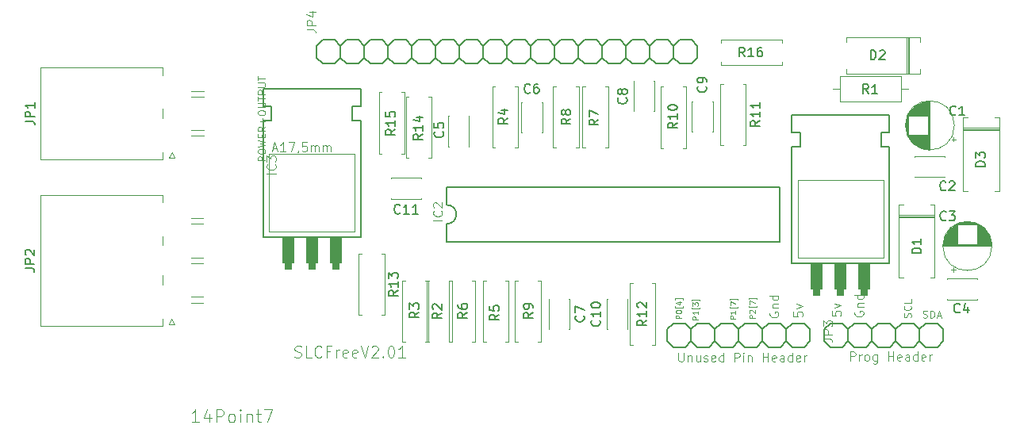
<source format=gto>
G04 #@! TF.GenerationSoftware,KiCad,Pcbnew,5.1.2-f72e74a~84~ubuntu19.04.1*
G04 #@! TF.CreationDate,2019-06-18T19:15:32+02:00*
G04 #@! TF.ProjectId,SLC_Free_PCB,534c435f-4672-4656-955f-5043422e6b69,rev?*
G04 #@! TF.SameCoordinates,Original*
G04 #@! TF.FileFunction,Legend,Top*
G04 #@! TF.FilePolarity,Positive*
%FSLAX46Y46*%
G04 Gerber Fmt 4.6, Leading zero omitted, Abs format (unit mm)*
G04 Created by KiCad (PCBNEW 5.1.2-f72e74a~84~ubuntu19.04.1) date 2019-06-18 19:15:32*
%MOMM*%
%LPD*%
G04 APERTURE LIST*
%ADD10C,0.081280*%
%ADD11C,0.048768*%
%ADD12C,0.065024*%
%ADD13C,0.113792*%
%ADD14C,0.101600*%
%ADD15C,0.120000*%
%ADD16C,0.152400*%
%ADD17C,0.050800*%
%ADD18C,0.100000*%
%ADD19C,0.150000*%
%ADD20C,0.096520*%
G04 APERTURE END LIST*
D10*
X173179338Y-117990139D02*
X173179338Y-118449758D01*
X173638957Y-118495720D01*
X173592995Y-118449758D01*
X173547033Y-118357834D01*
X173547033Y-118128025D01*
X173592995Y-118036101D01*
X173638957Y-117990139D01*
X173730880Y-117944177D01*
X173960690Y-117944177D01*
X174052614Y-117990139D01*
X174098576Y-118036101D01*
X174144538Y-118128025D01*
X174144538Y-118357834D01*
X174098576Y-118449758D01*
X174052614Y-118495720D01*
X173501071Y-117622444D02*
X174144538Y-117392634D01*
X173501071Y-117162825D01*
X175638300Y-118020377D02*
X175592338Y-118112301D01*
X175592338Y-118250187D01*
X175638300Y-118388072D01*
X175730223Y-118479996D01*
X175822147Y-118525958D01*
X176005995Y-118571920D01*
X176143880Y-118571920D01*
X176327728Y-118525958D01*
X176419652Y-118479996D01*
X176511576Y-118388072D01*
X176557538Y-118250187D01*
X176557538Y-118158263D01*
X176511576Y-118020377D01*
X176465614Y-117974415D01*
X176143880Y-117974415D01*
X176143880Y-118158263D01*
X175914071Y-117560758D02*
X176557538Y-117560758D01*
X176005995Y-117560758D02*
X175960033Y-117514796D01*
X175914071Y-117422872D01*
X175914071Y-117284987D01*
X175960033Y-117193063D01*
X176051957Y-117147101D01*
X176557538Y-117147101D01*
X176557538Y-116273825D02*
X175592338Y-116273825D01*
X176511576Y-116273825D02*
X176557538Y-116365748D01*
X176557538Y-116549596D01*
X176511576Y-116641520D01*
X176465614Y-116687482D01*
X176373690Y-116733444D01*
X176097919Y-116733444D01*
X176005995Y-116687482D01*
X175960033Y-116641520D01*
X175914071Y-116549596D01*
X175914071Y-116365748D01*
X175960033Y-116273825D01*
X175158941Y-123283838D02*
X175158941Y-122318638D01*
X175526636Y-122318638D01*
X175618560Y-122364600D01*
X175664522Y-122410561D01*
X175710484Y-122502485D01*
X175710484Y-122640371D01*
X175664522Y-122732295D01*
X175618560Y-122778257D01*
X175526636Y-122824219D01*
X175158941Y-122824219D01*
X176124141Y-123283838D02*
X176124141Y-122640371D01*
X176124141Y-122824219D02*
X176170103Y-122732295D01*
X176216065Y-122686333D01*
X176307989Y-122640371D01*
X176399912Y-122640371D01*
X176859532Y-123283838D02*
X176767608Y-123237876D01*
X176721646Y-123191914D01*
X176675684Y-123099990D01*
X176675684Y-122824219D01*
X176721646Y-122732295D01*
X176767608Y-122686333D01*
X176859532Y-122640371D01*
X176997417Y-122640371D01*
X177089341Y-122686333D01*
X177135303Y-122732295D01*
X177181265Y-122824219D01*
X177181265Y-123099990D01*
X177135303Y-123191914D01*
X177089341Y-123237876D01*
X176997417Y-123283838D01*
X176859532Y-123283838D01*
X178008579Y-122640371D02*
X178008579Y-123421723D01*
X177962617Y-123513647D01*
X177916655Y-123559609D01*
X177824732Y-123605571D01*
X177686846Y-123605571D01*
X177594922Y-123559609D01*
X178008579Y-123237876D02*
X177916655Y-123283838D01*
X177732808Y-123283838D01*
X177640884Y-123237876D01*
X177594922Y-123191914D01*
X177548960Y-123099990D01*
X177548960Y-122824219D01*
X177594922Y-122732295D01*
X177640884Y-122686333D01*
X177732808Y-122640371D01*
X177916655Y-122640371D01*
X178008579Y-122686333D01*
X179203589Y-123283838D02*
X179203589Y-122318638D01*
X179203589Y-122778257D02*
X179755132Y-122778257D01*
X179755132Y-123283838D02*
X179755132Y-122318638D01*
X180582446Y-123237876D02*
X180490522Y-123283838D01*
X180306674Y-123283838D01*
X180214751Y-123237876D01*
X180168789Y-123145952D01*
X180168789Y-122778257D01*
X180214751Y-122686333D01*
X180306674Y-122640371D01*
X180490522Y-122640371D01*
X180582446Y-122686333D01*
X180628408Y-122778257D01*
X180628408Y-122870180D01*
X180168789Y-122962104D01*
X181455722Y-123283838D02*
X181455722Y-122778257D01*
X181409760Y-122686333D01*
X181317836Y-122640371D01*
X181133989Y-122640371D01*
X181042065Y-122686333D01*
X181455722Y-123237876D02*
X181363798Y-123283838D01*
X181133989Y-123283838D01*
X181042065Y-123237876D01*
X180996103Y-123145952D01*
X180996103Y-123054028D01*
X181042065Y-122962104D01*
X181133989Y-122916142D01*
X181363798Y-122916142D01*
X181455722Y-122870180D01*
X182328998Y-123283838D02*
X182328998Y-122318638D01*
X182328998Y-123237876D02*
X182237074Y-123283838D01*
X182053227Y-123283838D01*
X181961303Y-123237876D01*
X181915341Y-123191914D01*
X181869379Y-123099990D01*
X181869379Y-122824219D01*
X181915341Y-122732295D01*
X181961303Y-122686333D01*
X182053227Y-122640371D01*
X182237074Y-122640371D01*
X182328998Y-122686333D01*
X183156312Y-123237876D02*
X183064389Y-123283838D01*
X182880541Y-123283838D01*
X182788617Y-123237876D01*
X182742655Y-123145952D01*
X182742655Y-122778257D01*
X182788617Y-122686333D01*
X182880541Y-122640371D01*
X183064389Y-122640371D01*
X183156312Y-122686333D01*
X183202274Y-122778257D01*
X183202274Y-122870180D01*
X182742655Y-122962104D01*
X183615932Y-123283838D02*
X183615932Y-122640371D01*
X183615932Y-122824219D02*
X183661893Y-122732295D01*
X183707855Y-122686333D01*
X183799779Y-122640371D01*
X183891703Y-122640371D01*
X156820141Y-122420238D02*
X156820141Y-123201590D01*
X156866103Y-123293514D01*
X156912065Y-123339476D01*
X157003989Y-123385438D01*
X157187836Y-123385438D01*
X157279760Y-123339476D01*
X157325722Y-123293514D01*
X157371684Y-123201590D01*
X157371684Y-122420238D01*
X157831303Y-122741971D02*
X157831303Y-123385438D01*
X157831303Y-122833895D02*
X157877265Y-122787933D01*
X157969189Y-122741971D01*
X158107074Y-122741971D01*
X158198998Y-122787933D01*
X158244960Y-122879857D01*
X158244960Y-123385438D01*
X159118236Y-122741971D02*
X159118236Y-123385438D01*
X158704579Y-122741971D02*
X158704579Y-123247552D01*
X158750541Y-123339476D01*
X158842465Y-123385438D01*
X158980351Y-123385438D01*
X159072274Y-123339476D01*
X159118236Y-123293514D01*
X159531893Y-123339476D02*
X159623817Y-123385438D01*
X159807665Y-123385438D01*
X159899589Y-123339476D01*
X159945551Y-123247552D01*
X159945551Y-123201590D01*
X159899589Y-123109666D01*
X159807665Y-123063704D01*
X159669779Y-123063704D01*
X159577855Y-123017742D01*
X159531893Y-122925819D01*
X159531893Y-122879857D01*
X159577855Y-122787933D01*
X159669779Y-122741971D01*
X159807665Y-122741971D01*
X159899589Y-122787933D01*
X160726903Y-123339476D02*
X160634979Y-123385438D01*
X160451132Y-123385438D01*
X160359208Y-123339476D01*
X160313246Y-123247552D01*
X160313246Y-122879857D01*
X160359208Y-122787933D01*
X160451132Y-122741971D01*
X160634979Y-122741971D01*
X160726903Y-122787933D01*
X160772865Y-122879857D01*
X160772865Y-122971780D01*
X160313246Y-123063704D01*
X161600179Y-123385438D02*
X161600179Y-122420238D01*
X161600179Y-123339476D02*
X161508255Y-123385438D01*
X161324408Y-123385438D01*
X161232484Y-123339476D01*
X161186522Y-123293514D01*
X161140560Y-123201590D01*
X161140560Y-122925819D01*
X161186522Y-122833895D01*
X161232484Y-122787933D01*
X161324408Y-122741971D01*
X161508255Y-122741971D01*
X161600179Y-122787933D01*
X162795189Y-123385438D02*
X162795189Y-122420238D01*
X163162884Y-122420238D01*
X163254808Y-122466200D01*
X163300770Y-122512161D01*
X163346732Y-122604085D01*
X163346732Y-122741971D01*
X163300770Y-122833895D01*
X163254808Y-122879857D01*
X163162884Y-122925819D01*
X162795189Y-122925819D01*
X163760389Y-123385438D02*
X163760389Y-122741971D01*
X163760389Y-122420238D02*
X163714427Y-122466200D01*
X163760389Y-122512161D01*
X163806351Y-122466200D01*
X163760389Y-122420238D01*
X163760389Y-122512161D01*
X164220008Y-122741971D02*
X164220008Y-123385438D01*
X164220008Y-122833895D02*
X164265970Y-122787933D01*
X164357893Y-122741971D01*
X164495779Y-122741971D01*
X164587703Y-122787933D01*
X164633665Y-122879857D01*
X164633665Y-123385438D01*
X165828674Y-123385438D02*
X165828674Y-122420238D01*
X165828674Y-122879857D02*
X166380217Y-122879857D01*
X166380217Y-123385438D02*
X166380217Y-122420238D01*
X167207532Y-123339476D02*
X167115608Y-123385438D01*
X166931760Y-123385438D01*
X166839836Y-123339476D01*
X166793874Y-123247552D01*
X166793874Y-122879857D01*
X166839836Y-122787933D01*
X166931760Y-122741971D01*
X167115608Y-122741971D01*
X167207532Y-122787933D01*
X167253493Y-122879857D01*
X167253493Y-122971780D01*
X166793874Y-123063704D01*
X168080808Y-123385438D02*
X168080808Y-122879857D01*
X168034846Y-122787933D01*
X167942922Y-122741971D01*
X167759074Y-122741971D01*
X167667151Y-122787933D01*
X168080808Y-123339476D02*
X167988884Y-123385438D01*
X167759074Y-123385438D01*
X167667151Y-123339476D01*
X167621189Y-123247552D01*
X167621189Y-123155628D01*
X167667151Y-123063704D01*
X167759074Y-123017742D01*
X167988884Y-123017742D01*
X168080808Y-122971780D01*
X168954084Y-123385438D02*
X168954084Y-122420238D01*
X168954084Y-123339476D02*
X168862160Y-123385438D01*
X168678312Y-123385438D01*
X168586389Y-123339476D01*
X168540427Y-123293514D01*
X168494465Y-123201590D01*
X168494465Y-122925819D01*
X168540427Y-122833895D01*
X168586389Y-122787933D01*
X168678312Y-122741971D01*
X168862160Y-122741971D01*
X168954084Y-122787933D01*
X169781398Y-123339476D02*
X169689474Y-123385438D01*
X169505627Y-123385438D01*
X169413703Y-123339476D01*
X169367741Y-123247552D01*
X169367741Y-122879857D01*
X169413703Y-122787933D01*
X169505627Y-122741971D01*
X169689474Y-122741971D01*
X169781398Y-122787933D01*
X169827360Y-122879857D01*
X169827360Y-122971780D01*
X169367741Y-123063704D01*
X170241017Y-123385438D02*
X170241017Y-122741971D01*
X170241017Y-122925819D02*
X170286979Y-122833895D01*
X170332941Y-122787933D01*
X170424865Y-122741971D01*
X170516789Y-122741971D01*
X169089938Y-118066339D02*
X169089938Y-118525958D01*
X169549557Y-118571920D01*
X169503595Y-118525958D01*
X169457633Y-118434034D01*
X169457633Y-118204225D01*
X169503595Y-118112301D01*
X169549557Y-118066339D01*
X169641480Y-118020377D01*
X169871290Y-118020377D01*
X169963214Y-118066339D01*
X170009176Y-118112301D01*
X170055138Y-118204225D01*
X170055138Y-118434034D01*
X170009176Y-118525958D01*
X169963214Y-118571920D01*
X169411671Y-117698644D02*
X170055138Y-117468834D01*
X169411671Y-117239025D01*
X166570500Y-118096577D02*
X166524538Y-118188501D01*
X166524538Y-118326387D01*
X166570500Y-118464272D01*
X166662423Y-118556196D01*
X166754347Y-118602158D01*
X166938195Y-118648120D01*
X167076080Y-118648120D01*
X167259928Y-118602158D01*
X167351852Y-118556196D01*
X167443776Y-118464272D01*
X167489738Y-118326387D01*
X167489738Y-118234463D01*
X167443776Y-118096577D01*
X167397814Y-118050615D01*
X167076080Y-118050615D01*
X167076080Y-118234463D01*
X166846271Y-117636958D02*
X167489738Y-117636958D01*
X166938195Y-117636958D02*
X166892233Y-117590996D01*
X166846271Y-117499072D01*
X166846271Y-117361187D01*
X166892233Y-117269263D01*
X166984157Y-117223301D01*
X167489738Y-117223301D01*
X167489738Y-116350025D02*
X166524538Y-116350025D01*
X167443776Y-116350025D02*
X167489738Y-116441948D01*
X167489738Y-116625796D01*
X167443776Y-116717720D01*
X167397814Y-116763682D01*
X167305890Y-116809644D01*
X167030119Y-116809644D01*
X166938195Y-116763682D01*
X166892233Y-116717720D01*
X166846271Y-116625796D01*
X166846271Y-116441948D01*
X166892233Y-116350025D01*
D11*
X157119522Y-118766015D02*
X156540402Y-118766015D01*
X156540402Y-118545397D01*
X156567980Y-118490243D01*
X156595557Y-118462666D01*
X156650711Y-118435089D01*
X156733442Y-118435089D01*
X156788597Y-118462666D01*
X156816174Y-118490243D01*
X156843751Y-118545397D01*
X156843751Y-118766015D01*
X156540402Y-118076586D02*
X156540402Y-118021432D01*
X156567980Y-117966277D01*
X156595557Y-117938700D01*
X156650711Y-117911123D01*
X156761020Y-117883546D01*
X156898905Y-117883546D01*
X157009214Y-117911123D01*
X157064368Y-117938700D01*
X157091945Y-117966277D01*
X157119522Y-118021432D01*
X157119522Y-118076586D01*
X157091945Y-118131740D01*
X157064368Y-118159317D01*
X157009214Y-118186895D01*
X156898905Y-118214472D01*
X156761020Y-118214472D01*
X156650711Y-118186895D01*
X156595557Y-118159317D01*
X156567980Y-118131740D01*
X156540402Y-118076586D01*
X157312562Y-117469889D02*
X157312562Y-117607775D01*
X156485248Y-117607775D01*
X156485248Y-117469889D01*
X156733442Y-117001077D02*
X157119522Y-117001077D01*
X156512825Y-117138963D02*
X156926482Y-117276849D01*
X156926482Y-116918346D01*
X157312562Y-116752883D02*
X157312562Y-116614997D01*
X156485248Y-116614997D01*
X156485248Y-116752883D01*
X158897522Y-118893015D02*
X158318402Y-118893015D01*
X158318402Y-118672397D01*
X158345980Y-118617243D01*
X158373557Y-118589666D01*
X158428711Y-118562089D01*
X158511442Y-118562089D01*
X158566597Y-118589666D01*
X158594174Y-118617243D01*
X158621751Y-118672397D01*
X158621751Y-118893015D01*
X158897522Y-118010546D02*
X158897522Y-118341472D01*
X158897522Y-118176009D02*
X158318402Y-118176009D01*
X158401134Y-118231163D01*
X158456288Y-118286317D01*
X158483865Y-118341472D01*
X159090562Y-117596889D02*
X159090562Y-117734775D01*
X158263248Y-117734775D01*
X158263248Y-117596889D01*
X158318402Y-117431426D02*
X158318402Y-117072923D01*
X158539020Y-117265963D01*
X158539020Y-117183232D01*
X158566597Y-117128077D01*
X158594174Y-117100500D01*
X158649328Y-117072923D01*
X158787214Y-117072923D01*
X158842368Y-117100500D01*
X158869945Y-117128077D01*
X158897522Y-117183232D01*
X158897522Y-117348695D01*
X158869945Y-117403849D01*
X158842368Y-117431426D01*
X159090562Y-116879883D02*
X159090562Y-116741997D01*
X158263248Y-116741997D01*
X158263248Y-116879883D01*
X162910722Y-118816815D02*
X162331602Y-118816815D01*
X162331602Y-118596197D01*
X162359180Y-118541043D01*
X162386757Y-118513466D01*
X162441911Y-118485889D01*
X162524642Y-118485889D01*
X162579797Y-118513466D01*
X162607374Y-118541043D01*
X162634951Y-118596197D01*
X162634951Y-118816815D01*
X162910722Y-117934346D02*
X162910722Y-118265272D01*
X162910722Y-118099809D02*
X162331602Y-118099809D01*
X162414334Y-118154963D01*
X162469488Y-118210117D01*
X162497065Y-118265272D01*
X163103762Y-117520689D02*
X163103762Y-117658575D01*
X162276448Y-117658575D01*
X162276448Y-117520689D01*
X162331602Y-117355226D02*
X162331602Y-116969146D01*
X162910722Y-117217340D01*
X163103762Y-116803683D02*
X163103762Y-116665797D01*
X162276448Y-116665797D01*
X162276448Y-116803683D01*
X164968122Y-118740615D02*
X164389002Y-118740615D01*
X164389002Y-118519997D01*
X164416580Y-118464843D01*
X164444157Y-118437266D01*
X164499311Y-118409689D01*
X164582042Y-118409689D01*
X164637197Y-118437266D01*
X164664774Y-118464843D01*
X164692351Y-118519997D01*
X164692351Y-118740615D01*
X164444157Y-118189072D02*
X164416580Y-118161495D01*
X164389002Y-118106340D01*
X164389002Y-117968455D01*
X164416580Y-117913300D01*
X164444157Y-117885723D01*
X164499311Y-117858146D01*
X164554465Y-117858146D01*
X164637197Y-117885723D01*
X164968122Y-118216649D01*
X164968122Y-117858146D01*
X165161162Y-117444489D02*
X165161162Y-117582375D01*
X164333848Y-117582375D01*
X164333848Y-117444489D01*
X164389002Y-117279026D02*
X164389002Y-116892946D01*
X164968122Y-117141140D01*
X165161162Y-116727483D02*
X165161162Y-116589597D01*
X164333848Y-116589597D01*
X164333848Y-116727483D01*
D12*
X112711130Y-101920086D02*
X111938970Y-101920086D01*
X111938970Y-101625930D01*
X111975740Y-101552391D01*
X112012509Y-101515622D01*
X112086048Y-101478852D01*
X112196357Y-101478852D01*
X112269896Y-101515622D01*
X112306665Y-101552391D01*
X112343435Y-101625930D01*
X112343435Y-101920086D01*
X111938970Y-101000848D02*
X111938970Y-100853770D01*
X111975740Y-100780231D01*
X112049279Y-100706692D01*
X112196357Y-100669922D01*
X112453743Y-100669922D01*
X112600821Y-100706692D01*
X112674360Y-100780231D01*
X112711130Y-100853770D01*
X112711130Y-101000848D01*
X112674360Y-101074387D01*
X112600821Y-101147926D01*
X112453743Y-101184696D01*
X112196357Y-101184696D01*
X112049279Y-101147926D01*
X111975740Y-101074387D01*
X111938970Y-101000848D01*
X111938970Y-100412536D02*
X112711130Y-100228688D01*
X112159587Y-100081610D01*
X112711130Y-99934532D01*
X111938970Y-99750684D01*
X112306665Y-99456528D02*
X112306665Y-99199142D01*
X112711130Y-99088833D02*
X112711130Y-99456528D01*
X111938970Y-99456528D01*
X111938970Y-99088833D01*
X112711130Y-98316673D02*
X112343435Y-98574060D01*
X112711130Y-98757907D02*
X111938970Y-98757907D01*
X111938970Y-98463751D01*
X111975740Y-98390212D01*
X112012509Y-98353442D01*
X112086048Y-98316673D01*
X112196357Y-98316673D01*
X112269896Y-98353442D01*
X112306665Y-98390212D01*
X112343435Y-98463751D01*
X112343435Y-98757907D01*
X112416974Y-97985747D02*
X112416974Y-97397435D01*
X112711130Y-97691591D02*
X112122818Y-97691591D01*
X111938970Y-96882662D02*
X111938970Y-96735583D01*
X111975740Y-96662044D01*
X112049279Y-96588505D01*
X112196357Y-96551736D01*
X112453743Y-96551736D01*
X112600821Y-96588505D01*
X112674360Y-96662044D01*
X112711130Y-96735583D01*
X112711130Y-96882662D01*
X112674360Y-96956201D01*
X112600821Y-97029740D01*
X112453743Y-97066509D01*
X112196357Y-97066509D01*
X112049279Y-97029740D01*
X111975740Y-96956201D01*
X111938970Y-96882662D01*
X111938970Y-96220810D02*
X112564052Y-96220810D01*
X112637591Y-96184041D01*
X112674360Y-96147271D01*
X112711130Y-96073732D01*
X112711130Y-95926654D01*
X112674360Y-95853115D01*
X112637591Y-95816345D01*
X112564052Y-95779576D01*
X111938970Y-95779576D01*
X111938970Y-95522189D02*
X111938970Y-95080955D01*
X112711130Y-95301572D02*
X111938970Y-95301572D01*
X112711130Y-94823568D02*
X111938970Y-94823568D01*
X111938970Y-94529412D01*
X111975740Y-94455873D01*
X112012509Y-94419103D01*
X112086048Y-94382334D01*
X112196357Y-94382334D01*
X112269896Y-94419103D01*
X112306665Y-94455873D01*
X112343435Y-94529412D01*
X112343435Y-94823568D01*
X111938970Y-94051408D02*
X112564052Y-94051408D01*
X112637591Y-94014639D01*
X112674360Y-93977869D01*
X112711130Y-93904330D01*
X112711130Y-93757252D01*
X112674360Y-93683713D01*
X112637591Y-93646943D01*
X112564052Y-93610174D01*
X111938970Y-93610174D01*
X111938970Y-93352787D02*
X111938970Y-92911553D01*
X112711130Y-93132170D02*
X111938970Y-93132170D01*
D13*
X105613511Y-129845653D02*
X104841351Y-129845653D01*
X105227431Y-129845653D02*
X105227431Y-128494373D01*
X105098738Y-128687413D01*
X104970044Y-128816106D01*
X104841351Y-128880453D01*
X106771751Y-128944800D02*
X106771751Y-129845653D01*
X106450018Y-128430026D02*
X106128284Y-129395226D01*
X106964791Y-129395226D01*
X107479564Y-129845653D02*
X107479564Y-128494373D01*
X107994338Y-128494373D01*
X108123031Y-128558720D01*
X108187378Y-128623066D01*
X108251724Y-128751760D01*
X108251724Y-128944800D01*
X108187378Y-129073493D01*
X108123031Y-129137840D01*
X107994338Y-129202186D01*
X107479564Y-129202186D01*
X109023884Y-129845653D02*
X108895191Y-129781306D01*
X108830844Y-129716960D01*
X108766498Y-129588266D01*
X108766498Y-129202186D01*
X108830844Y-129073493D01*
X108895191Y-129009146D01*
X109023884Y-128944800D01*
X109216924Y-128944800D01*
X109345618Y-129009146D01*
X109409964Y-129073493D01*
X109474311Y-129202186D01*
X109474311Y-129588266D01*
X109409964Y-129716960D01*
X109345618Y-129781306D01*
X109216924Y-129845653D01*
X109023884Y-129845653D01*
X110053431Y-129845653D02*
X110053431Y-128944800D01*
X110053431Y-128494373D02*
X109989084Y-128558720D01*
X110053431Y-128623066D01*
X110117778Y-128558720D01*
X110053431Y-128494373D01*
X110053431Y-128623066D01*
X110696898Y-128944800D02*
X110696898Y-129845653D01*
X110696898Y-129073493D02*
X110761244Y-129009146D01*
X110889938Y-128944800D01*
X111082978Y-128944800D01*
X111211671Y-129009146D01*
X111276018Y-129137840D01*
X111276018Y-129845653D01*
X111726444Y-128944800D02*
X112241218Y-128944800D01*
X111919484Y-128494373D02*
X111919484Y-129652613D01*
X111983831Y-129781306D01*
X112112524Y-129845653D01*
X112241218Y-129845653D01*
X112562951Y-128494373D02*
X113463804Y-128494373D01*
X112884684Y-129845653D01*
D12*
X181609960Y-118644656D02*
X181646730Y-118534347D01*
X181646730Y-118350500D01*
X181609960Y-118276961D01*
X181573191Y-118240191D01*
X181499652Y-118203422D01*
X181426113Y-118203422D01*
X181352574Y-118240191D01*
X181315804Y-118276961D01*
X181279035Y-118350500D01*
X181242265Y-118497578D01*
X181205496Y-118571117D01*
X181168726Y-118607886D01*
X181095187Y-118644656D01*
X181021648Y-118644656D01*
X180948109Y-118607886D01*
X180911340Y-118571117D01*
X180874570Y-118497578D01*
X180874570Y-118313730D01*
X180911340Y-118203422D01*
X181573191Y-117431262D02*
X181609960Y-117468031D01*
X181646730Y-117578340D01*
X181646730Y-117651879D01*
X181609960Y-117762187D01*
X181536421Y-117835726D01*
X181462882Y-117872496D01*
X181315804Y-117909265D01*
X181205496Y-117909265D01*
X181058418Y-117872496D01*
X180984879Y-117835726D01*
X180911340Y-117762187D01*
X180874570Y-117651879D01*
X180874570Y-117578340D01*
X180911340Y-117468031D01*
X180948109Y-117431262D01*
X181646730Y-116732641D02*
X181646730Y-117100336D01*
X180874570Y-117100336D01*
X182920910Y-118669020D02*
X183031219Y-118705790D01*
X183215066Y-118705790D01*
X183288605Y-118669020D01*
X183325375Y-118632251D01*
X183362144Y-118558712D01*
X183362144Y-118485173D01*
X183325375Y-118411634D01*
X183288605Y-118374864D01*
X183215066Y-118338095D01*
X183067988Y-118301325D01*
X182994449Y-118264556D01*
X182957680Y-118227786D01*
X182920910Y-118154247D01*
X182920910Y-118080708D01*
X182957680Y-118007169D01*
X182994449Y-117970400D01*
X183067988Y-117933630D01*
X183251836Y-117933630D01*
X183362144Y-117970400D01*
X183693070Y-118705790D02*
X183693070Y-117933630D01*
X183876918Y-117933630D01*
X183987226Y-117970400D01*
X184060765Y-118043939D01*
X184097535Y-118117478D01*
X184134304Y-118264556D01*
X184134304Y-118374864D01*
X184097535Y-118521942D01*
X184060765Y-118595481D01*
X183987226Y-118669020D01*
X183876918Y-118705790D01*
X183693070Y-118705790D01*
X184428461Y-118485173D02*
X184796156Y-118485173D01*
X184354922Y-118705790D02*
X184612308Y-117933630D01*
X184869695Y-118705790D01*
D14*
X115845849Y-122865095D02*
X116018206Y-122922547D01*
X116305468Y-122922547D01*
X116420373Y-122865095D01*
X116477825Y-122807642D01*
X116535278Y-122692738D01*
X116535278Y-122577833D01*
X116477825Y-122462928D01*
X116420373Y-122405476D01*
X116305468Y-122348023D01*
X116075659Y-122290571D01*
X115960754Y-122233119D01*
X115903301Y-122175666D01*
X115845849Y-122060761D01*
X115845849Y-121945857D01*
X115903301Y-121830952D01*
X115960754Y-121773500D01*
X116075659Y-121716047D01*
X116362920Y-121716047D01*
X116535278Y-121773500D01*
X117626873Y-122922547D02*
X117052349Y-122922547D01*
X117052349Y-121716047D01*
X118718468Y-122807642D02*
X118661016Y-122865095D01*
X118488659Y-122922547D01*
X118373754Y-122922547D01*
X118201397Y-122865095D01*
X118086492Y-122750190D01*
X118029040Y-122635285D01*
X117971587Y-122405476D01*
X117971587Y-122233119D01*
X118029040Y-122003309D01*
X118086492Y-121888404D01*
X118201397Y-121773500D01*
X118373754Y-121716047D01*
X118488659Y-121716047D01*
X118661016Y-121773500D01*
X118718468Y-121830952D01*
X119637706Y-122290571D02*
X119235540Y-122290571D01*
X119235540Y-122922547D02*
X119235540Y-121716047D01*
X119810063Y-121716047D01*
X120269682Y-122922547D02*
X120269682Y-122118214D01*
X120269682Y-122348023D02*
X120327135Y-122233119D01*
X120384587Y-122175666D01*
X120499492Y-122118214D01*
X120614397Y-122118214D01*
X121476182Y-122865095D02*
X121361278Y-122922547D01*
X121131468Y-122922547D01*
X121016563Y-122865095D01*
X120959111Y-122750190D01*
X120959111Y-122290571D01*
X121016563Y-122175666D01*
X121131468Y-122118214D01*
X121361278Y-122118214D01*
X121476182Y-122175666D01*
X121533635Y-122290571D01*
X121533635Y-122405476D01*
X120959111Y-122520380D01*
X122510325Y-122865095D02*
X122395420Y-122922547D01*
X122165611Y-122922547D01*
X122050706Y-122865095D01*
X121993254Y-122750190D01*
X121993254Y-122290571D01*
X122050706Y-122175666D01*
X122165611Y-122118214D01*
X122395420Y-122118214D01*
X122510325Y-122175666D01*
X122567778Y-122290571D01*
X122567778Y-122405476D01*
X121993254Y-122520380D01*
X122912492Y-121716047D02*
X123314659Y-122922547D01*
X123716825Y-121716047D01*
X124061540Y-121830952D02*
X124118992Y-121773500D01*
X124233897Y-121716047D01*
X124521159Y-121716047D01*
X124636063Y-121773500D01*
X124693516Y-121830952D01*
X124750968Y-121945857D01*
X124750968Y-122060761D01*
X124693516Y-122233119D01*
X124004087Y-122922547D01*
X124750968Y-122922547D01*
X125268040Y-122807642D02*
X125325492Y-122865095D01*
X125268040Y-122922547D01*
X125210587Y-122865095D01*
X125268040Y-122807642D01*
X125268040Y-122922547D01*
X126072373Y-121716047D02*
X126187278Y-121716047D01*
X126302182Y-121773500D01*
X126359635Y-121830952D01*
X126417087Y-121945857D01*
X126474540Y-122175666D01*
X126474540Y-122462928D01*
X126417087Y-122692738D01*
X126359635Y-122807642D01*
X126302182Y-122865095D01*
X126187278Y-122922547D01*
X126072373Y-122922547D01*
X125957468Y-122865095D01*
X125900016Y-122807642D01*
X125842563Y-122692738D01*
X125785111Y-122462928D01*
X125785111Y-122175666D01*
X125842563Y-121945857D01*
X125900016Y-121830952D01*
X125957468Y-121773500D01*
X126072373Y-121716047D01*
X127623587Y-122922547D02*
X126934159Y-122922547D01*
X127278873Y-122922547D02*
X127278873Y-121716047D01*
X127163968Y-121888404D01*
X127049063Y-122003309D01*
X126934159Y-122060761D01*
D15*
X151611500Y-121570000D02*
X151941500Y-121570000D01*
X151611500Y-115030000D02*
X151611500Y-121570000D01*
X151941500Y-115030000D02*
X151611500Y-115030000D01*
X154351500Y-121570000D02*
X154021500Y-121570000D01*
X154351500Y-115030000D02*
X154351500Y-121570000D01*
X154021500Y-115030000D02*
X154351500Y-115030000D01*
X102430000Y-101590000D02*
X102730000Y-100990000D01*
X103030000Y-101590000D02*
X102430000Y-101590000D01*
X102730000Y-100990000D02*
X103030000Y-101590000D01*
X101730000Y-97380000D02*
X101730000Y-96400000D01*
X104840000Y-94490000D02*
X106120000Y-94490000D01*
X104840000Y-95090000D02*
X106120000Y-95090000D01*
X104840000Y-98690000D02*
X106120000Y-98690000D01*
X104840000Y-99290000D02*
X106120000Y-99290000D01*
X88720000Y-91980000D02*
X88720000Y-96890000D01*
X101740000Y-91980000D02*
X88720000Y-91980000D01*
X101740000Y-92790000D02*
X101740000Y-91980000D01*
X88720000Y-101800000D02*
X88720000Y-96890000D01*
X101740000Y-101800000D02*
X88720000Y-101800000D01*
X101740000Y-100990000D02*
X101740000Y-101800000D01*
X102420000Y-119380000D02*
X102720000Y-118780000D01*
X103020000Y-119380000D02*
X102420000Y-119380000D01*
X102720000Y-118780000D02*
X103020000Y-119380000D01*
X101720000Y-110970000D02*
X101720000Y-109990000D01*
X101720000Y-115170000D02*
X101720000Y-114190000D01*
X104830000Y-108080000D02*
X106110000Y-108080000D01*
X104830000Y-108680000D02*
X106110000Y-108680000D01*
X104830000Y-112280000D02*
X106110000Y-112280000D01*
X104830000Y-112880000D02*
X106110000Y-112880000D01*
X104830000Y-116480000D02*
X106110000Y-116480000D01*
X104830000Y-117080000D02*
X106110000Y-117080000D01*
X88710000Y-105570000D02*
X88710000Y-112580000D01*
X101730000Y-105570000D02*
X88710000Y-105570000D01*
X101730000Y-106380000D02*
X101730000Y-105570000D01*
X88710000Y-119590000D02*
X88710000Y-112580000D01*
X101730000Y-119590000D02*
X88710000Y-119590000D01*
X101730000Y-118780000D02*
X101730000Y-119590000D01*
X181360000Y-94270000D02*
X180590000Y-94270000D01*
X173280000Y-94270000D02*
X174050000Y-94270000D01*
X180590000Y-92900000D02*
X174050000Y-92900000D01*
X180590000Y-95640000D02*
X180590000Y-92900000D01*
X174050000Y-95640000D02*
X180590000Y-95640000D01*
X174050000Y-92900000D02*
X174050000Y-95640000D01*
X142205000Y-95680000D02*
X142270000Y-95680000D01*
X140030000Y-95680000D02*
X140095000Y-95680000D01*
X142205000Y-98920000D02*
X142270000Y-98920000D01*
X140030000Y-98920000D02*
X140095000Y-98920000D01*
X142270000Y-98920000D02*
X142270000Y-95680000D01*
X140030000Y-98920000D02*
X140030000Y-95680000D01*
X149295000Y-94020000D02*
X148965000Y-94020000D01*
X149295000Y-100560000D02*
X149295000Y-94020000D01*
X148965000Y-100560000D02*
X149295000Y-100560000D01*
X146555000Y-94020000D02*
X146885000Y-94020000D01*
X146555000Y-100560000D02*
X146555000Y-94020000D01*
X146885000Y-100560000D02*
X146555000Y-100560000D01*
X143440000Y-100550000D02*
X143770000Y-100550000D01*
X143440000Y-94010000D02*
X143440000Y-100550000D01*
X143770000Y-94010000D02*
X143440000Y-94010000D01*
X146180000Y-100550000D02*
X145850000Y-100550000D01*
X146180000Y-94010000D02*
X146180000Y-100550000D01*
X145850000Y-94010000D02*
X146180000Y-94010000D01*
X167855000Y-91745000D02*
X167855000Y-91415000D01*
X161315000Y-91745000D02*
X167855000Y-91745000D01*
X161315000Y-91415000D02*
X161315000Y-91745000D01*
X167855000Y-89005000D02*
X167855000Y-89335000D01*
X161315000Y-89005000D02*
X167855000Y-89005000D01*
X161315000Y-89335000D02*
X161315000Y-89005000D01*
X157620000Y-94045000D02*
X157290000Y-94045000D01*
X157620000Y-100585000D02*
X157620000Y-94045000D01*
X157290000Y-100585000D02*
X157620000Y-100585000D01*
X154880000Y-94045000D02*
X155210000Y-94045000D01*
X154880000Y-100585000D02*
X154880000Y-94045000D01*
X155210000Y-100585000D02*
X154880000Y-100585000D01*
X164020000Y-93745000D02*
X163690000Y-93745000D01*
X164020000Y-100285000D02*
X164020000Y-93745000D01*
X163690000Y-100285000D02*
X164020000Y-100285000D01*
X161280000Y-93745000D02*
X161610000Y-93745000D01*
X161280000Y-100285000D02*
X161280000Y-93745000D01*
X161610000Y-100285000D02*
X161280000Y-100285000D01*
X122680000Y-118410000D02*
X123010000Y-118410000D01*
X122680000Y-111870000D02*
X122680000Y-118410000D01*
X123010000Y-111870000D02*
X122680000Y-111870000D01*
X125420000Y-118410000D02*
X125090000Y-118410000D01*
X125420000Y-111870000D02*
X125420000Y-118410000D01*
X125090000Y-111870000D02*
X125420000Y-111870000D01*
X132645000Y-114740000D02*
X132315000Y-114740000D01*
X132645000Y-121280000D02*
X132645000Y-114740000D01*
X132315000Y-121280000D02*
X132645000Y-121280000D01*
X129905000Y-114740000D02*
X130235000Y-114740000D01*
X129905000Y-121280000D02*
X129905000Y-114740000D01*
X130235000Y-121280000D02*
X129905000Y-121280000D01*
X127355000Y-121280000D02*
X127685000Y-121280000D01*
X127355000Y-114740000D02*
X127355000Y-121280000D01*
X127685000Y-114740000D02*
X127355000Y-114740000D01*
X130095000Y-121280000D02*
X129765000Y-121280000D01*
X130095000Y-114740000D02*
X130095000Y-121280000D01*
X129765000Y-114740000D02*
X130095000Y-114740000D01*
X132355000Y-121280000D02*
X132685000Y-121280000D01*
X132355000Y-114740000D02*
X132355000Y-121280000D01*
X132685000Y-114740000D02*
X132355000Y-114740000D01*
X135095000Y-121280000D02*
X134765000Y-121280000D01*
X135095000Y-114740000D02*
X135095000Y-121280000D01*
X134765000Y-114740000D02*
X135095000Y-114740000D01*
X138695000Y-114740000D02*
X138365000Y-114740000D01*
X138695000Y-121280000D02*
X138695000Y-114740000D01*
X138365000Y-121280000D02*
X138695000Y-121280000D01*
X135955000Y-114740000D02*
X136285000Y-114740000D01*
X135955000Y-121280000D02*
X135955000Y-114740000D01*
X136285000Y-121280000D02*
X135955000Y-121280000D01*
X139355000Y-121280000D02*
X139685000Y-121280000D01*
X139355000Y-114740000D02*
X139355000Y-121280000D01*
X139685000Y-114740000D02*
X139355000Y-114740000D01*
X142095000Y-121280000D02*
X141765000Y-121280000D01*
X142095000Y-114740000D02*
X142095000Y-121280000D01*
X141765000Y-114740000D02*
X142095000Y-114740000D01*
X136930300Y-100539400D02*
X137260300Y-100539400D01*
X136930300Y-93999400D02*
X136930300Y-100539400D01*
X137260300Y-93999400D02*
X136930300Y-93999400D01*
X139670300Y-100539400D02*
X139340300Y-100539400D01*
X139670300Y-93999400D02*
X139670300Y-100539400D01*
X139340300Y-93999400D02*
X139670300Y-93999400D01*
X127705000Y-101630000D02*
X128035000Y-101630000D01*
X127705000Y-95090000D02*
X127705000Y-101630000D01*
X128035000Y-95090000D02*
X127705000Y-95090000D01*
X130445000Y-101630000D02*
X130115000Y-101630000D01*
X130445000Y-95090000D02*
X130445000Y-101630000D01*
X130115000Y-95090000D02*
X130445000Y-95090000D01*
X127570000Y-94620000D02*
X127240000Y-94620000D01*
X127570000Y-101160000D02*
X127570000Y-94620000D01*
X127240000Y-101160000D02*
X127570000Y-101160000D01*
X124830000Y-94620000D02*
X125160000Y-94620000D01*
X124830000Y-101160000D02*
X124830000Y-94620000D01*
X125160000Y-101160000D02*
X124830000Y-101160000D01*
X126130000Y-103845000D02*
X126130000Y-103780000D01*
X126130000Y-106020000D02*
X126130000Y-105955000D01*
X129370000Y-103845000D02*
X129370000Y-103780000D01*
X129370000Y-106020000D02*
X129370000Y-105955000D01*
X129370000Y-103780000D02*
X126130000Y-103780000D01*
X129370000Y-106020000D02*
X126130000Y-106020000D01*
X143020000Y-119945000D02*
X142955000Y-119945000D01*
X145195000Y-119945000D02*
X145130000Y-119945000D01*
X143020000Y-116705000D02*
X142955000Y-116705000D01*
X145195000Y-116705000D02*
X145130000Y-116705000D01*
X142955000Y-116705000D02*
X142955000Y-119945000D01*
X145195000Y-116705000D02*
X145195000Y-119945000D01*
X151330000Y-116705000D02*
X151395000Y-116705000D01*
X149155000Y-116705000D02*
X149220000Y-116705000D01*
X151330000Y-119945000D02*
X151395000Y-119945000D01*
X149155000Y-119945000D02*
X149220000Y-119945000D01*
X151395000Y-119945000D02*
X151395000Y-116705000D01*
X149155000Y-119945000D02*
X149155000Y-116705000D01*
X188690000Y-116675000D02*
X188690000Y-116740000D01*
X188690000Y-114500000D02*
X188690000Y-114565000D01*
X185450000Y-116675000D02*
X185450000Y-116740000D01*
X185450000Y-114500000D02*
X185450000Y-114565000D01*
X185450000Y-116740000D02*
X188690000Y-116740000D01*
X185450000Y-114500000D02*
X188690000Y-114500000D01*
X182030000Y-101515000D02*
X182030000Y-101450000D01*
X182030000Y-103690000D02*
X182030000Y-103625000D01*
X185270000Y-101515000D02*
X185270000Y-101450000D01*
X185270000Y-103690000D02*
X185270000Y-103625000D01*
X185270000Y-101450000D02*
X182030000Y-101450000D01*
X185270000Y-103690000D02*
X182030000Y-103690000D01*
X158301900Y-98870000D02*
X158236900Y-98870000D01*
X160476900Y-98870000D02*
X160411900Y-98870000D01*
X158301900Y-95630000D02*
X158236900Y-95630000D01*
X160476900Y-95630000D02*
X160411900Y-95630000D01*
X158236900Y-95630000D02*
X158236900Y-98870000D01*
X160476900Y-95630000D02*
X160476900Y-98870000D01*
X154185000Y-93430000D02*
X154250000Y-93430000D01*
X152010000Y-93430000D02*
X152075000Y-93430000D01*
X154185000Y-96670000D02*
X154250000Y-96670000D01*
X152010000Y-96670000D02*
X152075000Y-96670000D01*
X154250000Y-96670000D02*
X154250000Y-93430000D01*
X152010000Y-96670000D02*
X152010000Y-93430000D01*
X134402300Y-97168000D02*
X134467300Y-97168000D01*
X132227300Y-97168000D02*
X132292300Y-97168000D01*
X134402300Y-100408000D02*
X134467300Y-100408000D01*
X132227300Y-100408000D02*
X132292300Y-100408000D01*
X134467300Y-100408000D02*
X134467300Y-97168000D01*
X132227300Y-100408000D02*
X132227300Y-97168000D01*
D16*
X112483000Y-110110000D02*
X122897000Y-110110000D01*
X122897000Y-94235000D02*
X112483000Y-94235000D01*
X122897000Y-110110000D02*
X122897000Y-97664000D01*
X122897000Y-97664000D02*
X122008000Y-97664000D01*
X122008000Y-97664000D02*
X122008000Y-96140000D01*
X122008000Y-96140000D02*
X122897000Y-96140000D01*
X122897000Y-96140000D02*
X122897000Y-94235000D01*
X112483000Y-110110000D02*
X112483000Y-97664000D01*
X112483000Y-97664000D02*
X113372000Y-97664000D01*
X113372000Y-97664000D02*
X113372000Y-96140000D01*
X113372000Y-96140000D02*
X112483000Y-96140000D01*
X112483000Y-96140000D02*
X112483000Y-94235000D01*
D17*
X113118000Y-109475000D02*
X122262000Y-109475000D01*
X122262000Y-101220000D02*
X122262000Y-109475000D01*
X122262000Y-101220000D02*
X113118000Y-101220000D01*
X113118000Y-109475000D02*
X113118000Y-101220000D01*
D18*
G36*
X119849000Y-113539000D02*
G01*
X120611000Y-113539000D01*
X120611000Y-112904000D01*
X119849000Y-112904000D01*
X119849000Y-113539000D01*
G37*
G36*
X117309000Y-113539000D02*
G01*
X118071000Y-113539000D01*
X118071000Y-112904000D01*
X117309000Y-112904000D01*
X117309000Y-113539000D01*
G37*
G36*
X114769000Y-113539000D02*
G01*
X115531000Y-113539000D01*
X115531000Y-112904000D01*
X114769000Y-112904000D01*
X114769000Y-113539000D01*
G37*
G36*
X114515000Y-112904000D02*
G01*
X115785000Y-112904000D01*
X115785000Y-110110000D01*
X114515000Y-110110000D01*
X114515000Y-112904000D01*
G37*
G36*
X117055000Y-112904000D02*
G01*
X118325000Y-112904000D01*
X118325000Y-110110000D01*
X117055000Y-110110000D01*
X117055000Y-112904000D01*
G37*
G36*
X119595000Y-112904000D02*
G01*
X120865000Y-112904000D01*
X120865000Y-110110000D01*
X119595000Y-110110000D01*
X119595000Y-112904000D01*
G37*
D16*
X168907300Y-112917200D02*
X179321300Y-112917200D01*
X179321300Y-97042200D02*
X168907300Y-97042200D01*
X179321300Y-112917200D02*
X179321300Y-100471200D01*
X179321300Y-100471200D02*
X178432300Y-100471200D01*
X178432300Y-100471200D02*
X178432300Y-98947200D01*
X178432300Y-98947200D02*
X179321300Y-98947200D01*
X179321300Y-98947200D02*
X179321300Y-97042200D01*
X168907300Y-112917200D02*
X168907300Y-100471200D01*
X168907300Y-100471200D02*
X169796300Y-100471200D01*
X169796300Y-100471200D02*
X169796300Y-98947200D01*
X169796300Y-98947200D02*
X168907300Y-98947200D01*
X168907300Y-98947200D02*
X168907300Y-97042200D01*
D17*
X169542300Y-112282200D02*
X178686300Y-112282200D01*
X178686300Y-104027200D02*
X178686300Y-112282200D01*
X178686300Y-104027200D02*
X169542300Y-104027200D01*
X169542300Y-112282200D02*
X169542300Y-104027200D01*
D18*
G36*
X176273300Y-116346200D02*
G01*
X177035300Y-116346200D01*
X177035300Y-115711200D01*
X176273300Y-115711200D01*
X176273300Y-116346200D01*
G37*
G36*
X173733300Y-116346200D02*
G01*
X174495300Y-116346200D01*
X174495300Y-115711200D01*
X173733300Y-115711200D01*
X173733300Y-116346200D01*
G37*
G36*
X171193300Y-116346200D02*
G01*
X171955300Y-116346200D01*
X171955300Y-115711200D01*
X171193300Y-115711200D01*
X171193300Y-116346200D01*
G37*
G36*
X170939300Y-115711200D02*
G01*
X172209300Y-115711200D01*
X172209300Y-112917200D01*
X170939300Y-112917200D01*
X170939300Y-115711200D01*
G37*
G36*
X173479300Y-115711200D02*
G01*
X174749300Y-115711200D01*
X174749300Y-112917200D01*
X173479300Y-112917200D01*
X173479300Y-115711200D01*
G37*
G36*
X176019300Y-115711200D02*
G01*
X177289300Y-115711200D01*
X177289300Y-112917200D01*
X176019300Y-112917200D01*
X176019300Y-115711200D01*
G37*
D16*
X132077300Y-108674000D02*
G75*
G03X132077300Y-106642000I0J1016000D01*
G01*
X132077300Y-110579000D02*
X132077300Y-108674000D01*
X132077300Y-104737000D02*
X132077300Y-106642000D01*
X167637300Y-104737000D02*
X167637300Y-110579000D01*
X132077300Y-110579000D02*
X167637300Y-110579000D01*
X167637300Y-104737000D02*
X132077300Y-104737000D01*
X184452100Y-121856600D02*
X183182100Y-121856600D01*
X182547100Y-121221600D02*
X183182100Y-121856600D01*
X183182100Y-119316600D02*
X182547100Y-119951600D01*
X185087100Y-121221600D02*
X184452100Y-121856600D01*
X185087100Y-119951600D02*
X185087100Y-121221600D01*
X184452100Y-119316600D02*
X185087100Y-119951600D01*
X183182100Y-119316600D02*
X184452100Y-119316600D01*
X174292100Y-121856600D02*
X173022100Y-121856600D01*
X172387100Y-121221600D02*
X173022100Y-121856600D01*
X173022100Y-119316600D02*
X172387100Y-119951600D01*
X172387100Y-119951600D02*
X172387100Y-121221600D01*
X175562100Y-121856600D02*
X174927100Y-121221600D01*
X176832100Y-121856600D02*
X175562100Y-121856600D01*
X177467100Y-121221600D02*
X176832100Y-121856600D01*
X177467100Y-119951600D02*
X177467100Y-121221600D01*
X176832100Y-119316600D02*
X177467100Y-119951600D01*
X175562100Y-119316600D02*
X176832100Y-119316600D01*
X174927100Y-119951600D02*
X175562100Y-119316600D01*
X174927100Y-121221600D02*
X174292100Y-121856600D01*
X174927100Y-119951600D02*
X174927100Y-121221600D01*
X174292100Y-119316600D02*
X174927100Y-119951600D01*
X173022100Y-119316600D02*
X174292100Y-119316600D01*
X181912100Y-121856600D02*
X180642100Y-121856600D01*
X180007100Y-121221600D02*
X180642100Y-121856600D01*
X180642100Y-119316600D02*
X180007100Y-119951600D01*
X178102100Y-121856600D02*
X177467100Y-121221600D01*
X179372100Y-121856600D02*
X178102100Y-121856600D01*
X180007100Y-121221600D02*
X179372100Y-121856600D01*
X180007100Y-119951600D02*
X180007100Y-121221600D01*
X179372100Y-119316600D02*
X180007100Y-119951600D01*
X178102100Y-119316600D02*
X179372100Y-119316600D01*
X177467100Y-119951600D02*
X178102100Y-119316600D01*
X182547100Y-121221600D02*
X181912100Y-121856600D01*
X182547100Y-119951600D02*
X182547100Y-121221600D01*
X181912100Y-119316600D02*
X182547100Y-119951600D01*
X180642100Y-119316600D02*
X181912100Y-119316600D01*
X156943900Y-91579800D02*
X156308900Y-90944800D01*
X158213900Y-91579800D02*
X156943900Y-91579800D01*
X158848900Y-90944800D02*
X158213900Y-91579800D01*
X158848900Y-89674800D02*
X158848900Y-90944800D01*
X158213900Y-89039800D02*
X158848900Y-89674800D01*
X156943900Y-89039800D02*
X158213900Y-89039800D01*
X156308900Y-89674800D02*
X156943900Y-89039800D01*
X120113900Y-91579800D02*
X118843900Y-91579800D01*
X118208900Y-90944800D02*
X118843900Y-91579800D01*
X118843900Y-89039800D02*
X118208900Y-89674800D01*
X118208900Y-89674800D02*
X118208900Y-90944800D01*
X121383900Y-91579800D02*
X120748900Y-90944800D01*
X122653900Y-91579800D02*
X121383900Y-91579800D01*
X123288900Y-90944800D02*
X122653900Y-91579800D01*
X123288900Y-89674800D02*
X123288900Y-90944800D01*
X122653900Y-89039800D02*
X123288900Y-89674800D01*
X121383900Y-89039800D02*
X122653900Y-89039800D01*
X120748900Y-89674800D02*
X121383900Y-89039800D01*
X120748900Y-90944800D02*
X120113900Y-91579800D01*
X120748900Y-89674800D02*
X120748900Y-90944800D01*
X120113900Y-89039800D02*
X120748900Y-89674800D01*
X118843900Y-89039800D02*
X120113900Y-89039800D01*
X127733900Y-91579800D02*
X126463900Y-91579800D01*
X125828900Y-90944800D02*
X126463900Y-91579800D01*
X126463900Y-89039800D02*
X125828900Y-89674800D01*
X123923900Y-91579800D02*
X123288900Y-90944800D01*
X125193900Y-91579800D02*
X123923900Y-91579800D01*
X125828900Y-90944800D02*
X125193900Y-91579800D01*
X125828900Y-89674800D02*
X125828900Y-90944800D01*
X125193900Y-89039800D02*
X125828900Y-89674800D01*
X123923900Y-89039800D02*
X125193900Y-89039800D01*
X123288900Y-89674800D02*
X123923900Y-89039800D01*
X129003900Y-91579800D02*
X128368900Y-90944800D01*
X130273900Y-91579800D02*
X129003900Y-91579800D01*
X130908900Y-90944800D02*
X130273900Y-91579800D01*
X130908900Y-89674800D02*
X130908900Y-90944800D01*
X130273900Y-89039800D02*
X130908900Y-89674800D01*
X129003900Y-89039800D02*
X130273900Y-89039800D01*
X128368900Y-89674800D02*
X129003900Y-89039800D01*
X128368900Y-90944800D02*
X127733900Y-91579800D01*
X128368900Y-89674800D02*
X128368900Y-90944800D01*
X127733900Y-89039800D02*
X128368900Y-89674800D01*
X126463900Y-89039800D02*
X127733900Y-89039800D01*
X135353900Y-91579800D02*
X134083900Y-91579800D01*
X133448900Y-90944800D02*
X134083900Y-91579800D01*
X134083900Y-89039800D02*
X133448900Y-89674800D01*
X131543900Y-91579800D02*
X130908900Y-90944800D01*
X132813900Y-91579800D02*
X131543900Y-91579800D01*
X133448900Y-90944800D02*
X132813900Y-91579800D01*
X133448900Y-89674800D02*
X133448900Y-90944800D01*
X132813900Y-89039800D02*
X133448900Y-89674800D01*
X131543900Y-89039800D02*
X132813900Y-89039800D01*
X130908900Y-89674800D02*
X131543900Y-89039800D01*
X136623900Y-91579800D02*
X135988900Y-90944800D01*
X137893900Y-91579800D02*
X136623900Y-91579800D01*
X138528900Y-90944800D02*
X137893900Y-91579800D01*
X138528900Y-89674800D02*
X138528900Y-90944800D01*
X137893900Y-89039800D02*
X138528900Y-89674800D01*
X136623900Y-89039800D02*
X137893900Y-89039800D01*
X135988900Y-89674800D02*
X136623900Y-89039800D01*
X135988900Y-90944800D02*
X135353900Y-91579800D01*
X135988900Y-89674800D02*
X135988900Y-90944800D01*
X135353900Y-89039800D02*
X135988900Y-89674800D01*
X134083900Y-89039800D02*
X135353900Y-89039800D01*
X142973900Y-91579800D02*
X141703900Y-91579800D01*
X141068900Y-90944800D02*
X141703900Y-91579800D01*
X141703900Y-89039800D02*
X141068900Y-89674800D01*
X139163900Y-91579800D02*
X138528900Y-90944800D01*
X140433900Y-91579800D02*
X139163900Y-91579800D01*
X141068900Y-90944800D02*
X140433900Y-91579800D01*
X141068900Y-89674800D02*
X141068900Y-90944800D01*
X140433900Y-89039800D02*
X141068900Y-89674800D01*
X139163900Y-89039800D02*
X140433900Y-89039800D01*
X138528900Y-89674800D02*
X139163900Y-89039800D01*
X144243900Y-91579800D02*
X143608900Y-90944800D01*
X145513900Y-91579800D02*
X144243900Y-91579800D01*
X146148900Y-90944800D02*
X145513900Y-91579800D01*
X146148900Y-89674800D02*
X146148900Y-90944800D01*
X145513900Y-89039800D02*
X146148900Y-89674800D01*
X144243900Y-89039800D02*
X145513900Y-89039800D01*
X143608900Y-89674800D02*
X144243900Y-89039800D01*
X143608900Y-90944800D02*
X142973900Y-91579800D01*
X143608900Y-89674800D02*
X143608900Y-90944800D01*
X142973900Y-89039800D02*
X143608900Y-89674800D01*
X141703900Y-89039800D02*
X142973900Y-89039800D01*
X150593900Y-91579800D02*
X149323900Y-91579800D01*
X148688900Y-90944800D02*
X149323900Y-91579800D01*
X149323900Y-89039800D02*
X148688900Y-89674800D01*
X146783900Y-91579800D02*
X146148900Y-90944800D01*
X148053900Y-91579800D02*
X146783900Y-91579800D01*
X148688900Y-90944800D02*
X148053900Y-91579800D01*
X148688900Y-89674800D02*
X148688900Y-90944800D01*
X148053900Y-89039800D02*
X148688900Y-89674800D01*
X146783900Y-89039800D02*
X148053900Y-89039800D01*
X146148900Y-89674800D02*
X146783900Y-89039800D01*
X151863900Y-91579800D02*
X151228900Y-90944800D01*
X153133900Y-91579800D02*
X151863900Y-91579800D01*
X153768900Y-90944800D02*
X153133900Y-91579800D01*
X153768900Y-89674800D02*
X153768900Y-90944800D01*
X153133900Y-89039800D02*
X153768900Y-89674800D01*
X151863900Y-89039800D02*
X153133900Y-89039800D01*
X151228900Y-89674800D02*
X151863900Y-89039800D01*
X151228900Y-90944800D02*
X150593900Y-91579800D01*
X151228900Y-89674800D02*
X151228900Y-90944800D01*
X150593900Y-89039800D02*
X151228900Y-89674800D01*
X149323900Y-89039800D02*
X150593900Y-89039800D01*
X154403900Y-91579800D02*
X153768900Y-90944800D01*
X155673900Y-91579800D02*
X154403900Y-91579800D01*
X156308900Y-90944800D02*
X155673900Y-91579800D01*
X156308900Y-89674800D02*
X156308900Y-90944800D01*
X155673900Y-89039800D02*
X156308900Y-89674800D01*
X154403900Y-89039800D02*
X155673900Y-89039800D01*
X153768900Y-89674800D02*
X154403900Y-89039800D01*
X170228100Y-121856600D02*
X168958100Y-121856600D01*
X168323100Y-121221600D02*
X168958100Y-121856600D01*
X168958100Y-119316600D02*
X168323100Y-119951600D01*
X170863100Y-121221600D02*
X170228100Y-121856600D01*
X170863100Y-119951600D02*
X170863100Y-121221600D01*
X170228100Y-119316600D02*
X170863100Y-119951600D01*
X168958100Y-119316600D02*
X170228100Y-119316600D01*
X157528100Y-121856600D02*
X156258100Y-121856600D01*
X155623100Y-121221600D02*
X156258100Y-121856600D01*
X156258100Y-119316600D02*
X155623100Y-119951600D01*
X155623100Y-119951600D02*
X155623100Y-121221600D01*
X158798100Y-121856600D02*
X158163100Y-121221600D01*
X160068100Y-121856600D02*
X158798100Y-121856600D01*
X160703100Y-121221600D02*
X160068100Y-121856600D01*
X160703100Y-119951600D02*
X160703100Y-121221600D01*
X160068100Y-119316600D02*
X160703100Y-119951600D01*
X158798100Y-119316600D02*
X160068100Y-119316600D01*
X158163100Y-119951600D02*
X158798100Y-119316600D01*
X158163100Y-121221600D02*
X157528100Y-121856600D01*
X158163100Y-119951600D02*
X158163100Y-121221600D01*
X157528100Y-119316600D02*
X158163100Y-119951600D01*
X156258100Y-119316600D02*
X157528100Y-119316600D01*
X165148100Y-121856600D02*
X163878100Y-121856600D01*
X163243100Y-121221600D02*
X163878100Y-121856600D01*
X163878100Y-119316600D02*
X163243100Y-119951600D01*
X161338100Y-121856600D02*
X160703100Y-121221600D01*
X162608100Y-121856600D02*
X161338100Y-121856600D01*
X163243100Y-121221600D02*
X162608100Y-121856600D01*
X163243100Y-119951600D02*
X163243100Y-121221600D01*
X162608100Y-119316600D02*
X163243100Y-119951600D01*
X161338100Y-119316600D02*
X162608100Y-119316600D01*
X160703100Y-119951600D02*
X161338100Y-119316600D01*
X166418100Y-121856600D02*
X165783100Y-121221600D01*
X167688100Y-121856600D02*
X166418100Y-121856600D01*
X168323100Y-121221600D02*
X167688100Y-121856600D01*
X168323100Y-119951600D02*
X168323100Y-121221600D01*
X167688100Y-119316600D02*
X168323100Y-119951600D01*
X166418100Y-119316600D02*
X167688100Y-119316600D01*
X165783100Y-119951600D02*
X166418100Y-119316600D01*
X165783100Y-121221600D02*
X165148100Y-121856600D01*
X165783100Y-119951600D02*
X165783100Y-121221600D01*
X165148100Y-119316600D02*
X165783100Y-119951600D01*
X163878100Y-119316600D02*
X165148100Y-119316600D01*
D15*
X182570000Y-92140000D02*
X182570000Y-92620000D01*
X182570000Y-92620000D02*
X174730000Y-92620000D01*
X174730000Y-92620000D02*
X174730000Y-92140000D01*
X182570000Y-89260000D02*
X182570000Y-88780000D01*
X182570000Y-88780000D02*
X174730000Y-88780000D01*
X174730000Y-88780000D02*
X174730000Y-89260000D01*
X181310000Y-92620000D02*
X181310000Y-88780000D01*
X181190000Y-92620000D02*
X181190000Y-88780000D01*
X181430000Y-92620000D02*
X181430000Y-88780000D01*
X183690000Y-106600000D02*
X184170000Y-106600000D01*
X184170000Y-106600000D02*
X184170000Y-114440000D01*
X184170000Y-114440000D02*
X183690000Y-114440000D01*
X180810000Y-106600000D02*
X180330000Y-106600000D01*
X180330000Y-106600000D02*
X180330000Y-114440000D01*
X180330000Y-114440000D02*
X180810000Y-114440000D01*
X184170000Y-107860000D02*
X180330000Y-107860000D01*
X184170000Y-107980000D02*
X180330000Y-107980000D01*
X184170000Y-107740000D02*
X180330000Y-107740000D01*
X191060000Y-98440000D02*
X187220000Y-98440000D01*
X191060000Y-98680000D02*
X187220000Y-98680000D01*
X191060000Y-98560000D02*
X187220000Y-98560000D01*
X187220000Y-105140000D02*
X187700000Y-105140000D01*
X187220000Y-97300000D02*
X187220000Y-105140000D01*
X187700000Y-97300000D02*
X187220000Y-97300000D01*
X191060000Y-105140000D02*
X190580000Y-105140000D01*
X191060000Y-97300000D02*
X191060000Y-105140000D01*
X190580000Y-97300000D02*
X191060000Y-97300000D01*
X186270000Y-98160000D02*
G75*
G03X186270000Y-98160000I-2620000J0D01*
G01*
X183650000Y-100740000D02*
X183650000Y-95580000D01*
X183610000Y-100740000D02*
X183610000Y-95580000D01*
X183570000Y-100739000D02*
X183570000Y-95581000D01*
X183530000Y-100738000D02*
X183530000Y-95582000D01*
X183490000Y-100736000D02*
X183490000Y-95584000D01*
X183450000Y-100733000D02*
X183450000Y-95587000D01*
X183410000Y-100729000D02*
X183410000Y-99200000D01*
X183410000Y-97120000D02*
X183410000Y-95591000D01*
X183370000Y-100725000D02*
X183370000Y-99200000D01*
X183370000Y-97120000D02*
X183370000Y-95595000D01*
X183330000Y-100721000D02*
X183330000Y-99200000D01*
X183330000Y-97120000D02*
X183330000Y-95599000D01*
X183290000Y-100716000D02*
X183290000Y-99200000D01*
X183290000Y-97120000D02*
X183290000Y-95604000D01*
X183250000Y-100710000D02*
X183250000Y-99200000D01*
X183250000Y-97120000D02*
X183250000Y-95610000D01*
X183210000Y-100703000D02*
X183210000Y-99200000D01*
X183210000Y-97120000D02*
X183210000Y-95617000D01*
X183170000Y-100696000D02*
X183170000Y-99200000D01*
X183170000Y-97120000D02*
X183170000Y-95624000D01*
X183130000Y-100688000D02*
X183130000Y-99200000D01*
X183130000Y-97120000D02*
X183130000Y-95632000D01*
X183090000Y-100680000D02*
X183090000Y-99200000D01*
X183090000Y-97120000D02*
X183090000Y-95640000D01*
X183050000Y-100671000D02*
X183050000Y-99200000D01*
X183050000Y-97120000D02*
X183050000Y-95649000D01*
X183010000Y-100661000D02*
X183010000Y-99200000D01*
X183010000Y-97120000D02*
X183010000Y-95659000D01*
X182970000Y-100651000D02*
X182970000Y-99200000D01*
X182970000Y-97120000D02*
X182970000Y-95669000D01*
X182929000Y-100640000D02*
X182929000Y-99200000D01*
X182929000Y-97120000D02*
X182929000Y-95680000D01*
X182889000Y-100628000D02*
X182889000Y-99200000D01*
X182889000Y-97120000D02*
X182889000Y-95692000D01*
X182849000Y-100615000D02*
X182849000Y-99200000D01*
X182849000Y-97120000D02*
X182849000Y-95705000D01*
X182809000Y-100602000D02*
X182809000Y-99200000D01*
X182809000Y-97120000D02*
X182809000Y-95718000D01*
X182769000Y-100588000D02*
X182769000Y-99200000D01*
X182769000Y-97120000D02*
X182769000Y-95732000D01*
X182729000Y-100574000D02*
X182729000Y-99200000D01*
X182729000Y-97120000D02*
X182729000Y-95746000D01*
X182689000Y-100558000D02*
X182689000Y-99200000D01*
X182689000Y-97120000D02*
X182689000Y-95762000D01*
X182649000Y-100542000D02*
X182649000Y-99200000D01*
X182649000Y-97120000D02*
X182649000Y-95778000D01*
X182609000Y-100525000D02*
X182609000Y-99200000D01*
X182609000Y-97120000D02*
X182609000Y-95795000D01*
X182569000Y-100508000D02*
X182569000Y-99200000D01*
X182569000Y-97120000D02*
X182569000Y-95812000D01*
X182529000Y-100489000D02*
X182529000Y-99200000D01*
X182529000Y-97120000D02*
X182529000Y-95831000D01*
X182489000Y-100470000D02*
X182489000Y-99200000D01*
X182489000Y-97120000D02*
X182489000Y-95850000D01*
X182449000Y-100450000D02*
X182449000Y-99200000D01*
X182449000Y-97120000D02*
X182449000Y-95870000D01*
X182409000Y-100428000D02*
X182409000Y-99200000D01*
X182409000Y-97120000D02*
X182409000Y-95892000D01*
X182369000Y-100407000D02*
X182369000Y-99200000D01*
X182369000Y-97120000D02*
X182369000Y-95913000D01*
X182329000Y-100384000D02*
X182329000Y-99200000D01*
X182329000Y-97120000D02*
X182329000Y-95936000D01*
X182289000Y-100360000D02*
X182289000Y-99200000D01*
X182289000Y-97120000D02*
X182289000Y-95960000D01*
X182249000Y-100335000D02*
X182249000Y-99200000D01*
X182249000Y-97120000D02*
X182249000Y-95985000D01*
X182209000Y-100309000D02*
X182209000Y-99200000D01*
X182209000Y-97120000D02*
X182209000Y-96011000D01*
X182169000Y-100282000D02*
X182169000Y-99200000D01*
X182169000Y-97120000D02*
X182169000Y-96038000D01*
X182129000Y-100255000D02*
X182129000Y-99200000D01*
X182129000Y-97120000D02*
X182129000Y-96065000D01*
X182089000Y-100225000D02*
X182089000Y-99200000D01*
X182089000Y-97120000D02*
X182089000Y-96095000D01*
X182049000Y-100195000D02*
X182049000Y-99200000D01*
X182049000Y-97120000D02*
X182049000Y-96125000D01*
X182009000Y-100164000D02*
X182009000Y-99200000D01*
X182009000Y-97120000D02*
X182009000Y-96156000D01*
X181969000Y-100131000D02*
X181969000Y-99200000D01*
X181969000Y-97120000D02*
X181969000Y-96189000D01*
X181929000Y-100097000D02*
X181929000Y-99200000D01*
X181929000Y-97120000D02*
X181929000Y-96223000D01*
X181889000Y-100061000D02*
X181889000Y-99200000D01*
X181889000Y-97120000D02*
X181889000Y-96259000D01*
X181849000Y-100024000D02*
X181849000Y-99200000D01*
X181849000Y-97120000D02*
X181849000Y-96296000D01*
X181809000Y-99986000D02*
X181809000Y-99200000D01*
X181809000Y-97120000D02*
X181809000Y-96334000D01*
X181769000Y-99945000D02*
X181769000Y-99200000D01*
X181769000Y-97120000D02*
X181769000Y-96375000D01*
X181729000Y-99903000D02*
X181729000Y-99200000D01*
X181729000Y-97120000D02*
X181729000Y-96417000D01*
X181689000Y-99859000D02*
X181689000Y-99200000D01*
X181689000Y-97120000D02*
X181689000Y-96461000D01*
X181649000Y-99813000D02*
X181649000Y-99200000D01*
X181649000Y-97120000D02*
X181649000Y-96507000D01*
X181609000Y-99765000D02*
X181609000Y-99200000D01*
X181609000Y-97120000D02*
X181609000Y-96555000D01*
X181569000Y-99714000D02*
X181569000Y-99200000D01*
X181569000Y-97120000D02*
X181569000Y-96606000D01*
X181529000Y-99660000D02*
X181529000Y-99200000D01*
X181529000Y-97120000D02*
X181529000Y-96660000D01*
X181489000Y-99603000D02*
X181489000Y-99200000D01*
X181489000Y-97120000D02*
X181489000Y-96717000D01*
X181449000Y-99543000D02*
X181449000Y-99200000D01*
X181449000Y-97120000D02*
X181449000Y-96777000D01*
X181409000Y-99479000D02*
X181409000Y-99200000D01*
X181409000Y-97120000D02*
X181409000Y-96841000D01*
X181369000Y-99411000D02*
X181369000Y-99200000D01*
X181369000Y-97120000D02*
X181369000Y-96909000D01*
X181329000Y-99338000D02*
X181329000Y-96982000D01*
X181289000Y-99258000D02*
X181289000Y-97062000D01*
X181249000Y-99171000D02*
X181249000Y-97149000D01*
X181209000Y-99075000D02*
X181209000Y-97245000D01*
X181169000Y-98965000D02*
X181169000Y-97355000D01*
X181129000Y-98837000D02*
X181129000Y-97483000D01*
X181089000Y-98678000D02*
X181089000Y-97642000D01*
X181049000Y-98444000D02*
X181049000Y-97876000D01*
X186454775Y-99635000D02*
X185954775Y-99635000D01*
X186204775Y-99885000D02*
X186204775Y-99385000D01*
X185925000Y-113594775D02*
X186425000Y-113594775D01*
X186175000Y-113844775D02*
X186175000Y-113344775D01*
X187366000Y-108439000D02*
X187934000Y-108439000D01*
X187132000Y-108479000D02*
X188168000Y-108479000D01*
X186973000Y-108519000D02*
X188327000Y-108519000D01*
X186845000Y-108559000D02*
X188455000Y-108559000D01*
X186735000Y-108599000D02*
X188565000Y-108599000D01*
X186639000Y-108639000D02*
X188661000Y-108639000D01*
X186552000Y-108679000D02*
X188748000Y-108679000D01*
X186472000Y-108719000D02*
X188828000Y-108719000D01*
X188690000Y-108759000D02*
X188901000Y-108759000D01*
X186399000Y-108759000D02*
X186610000Y-108759000D01*
X188690000Y-108799000D02*
X188969000Y-108799000D01*
X186331000Y-108799000D02*
X186610000Y-108799000D01*
X188690000Y-108839000D02*
X189033000Y-108839000D01*
X186267000Y-108839000D02*
X186610000Y-108839000D01*
X188690000Y-108879000D02*
X189093000Y-108879000D01*
X186207000Y-108879000D02*
X186610000Y-108879000D01*
X188690000Y-108919000D02*
X189150000Y-108919000D01*
X186150000Y-108919000D02*
X186610000Y-108919000D01*
X188690000Y-108959000D02*
X189204000Y-108959000D01*
X186096000Y-108959000D02*
X186610000Y-108959000D01*
X188690000Y-108999000D02*
X189255000Y-108999000D01*
X186045000Y-108999000D02*
X186610000Y-108999000D01*
X188690000Y-109039000D02*
X189303000Y-109039000D01*
X185997000Y-109039000D02*
X186610000Y-109039000D01*
X188690000Y-109079000D02*
X189349000Y-109079000D01*
X185951000Y-109079000D02*
X186610000Y-109079000D01*
X188690000Y-109119000D02*
X189393000Y-109119000D01*
X185907000Y-109119000D02*
X186610000Y-109119000D01*
X188690000Y-109159000D02*
X189435000Y-109159000D01*
X185865000Y-109159000D02*
X186610000Y-109159000D01*
X188690000Y-109199000D02*
X189476000Y-109199000D01*
X185824000Y-109199000D02*
X186610000Y-109199000D01*
X188690000Y-109239000D02*
X189514000Y-109239000D01*
X185786000Y-109239000D02*
X186610000Y-109239000D01*
X188690000Y-109279000D02*
X189551000Y-109279000D01*
X185749000Y-109279000D02*
X186610000Y-109279000D01*
X188690000Y-109319000D02*
X189587000Y-109319000D01*
X185713000Y-109319000D02*
X186610000Y-109319000D01*
X188690000Y-109359000D02*
X189621000Y-109359000D01*
X185679000Y-109359000D02*
X186610000Y-109359000D01*
X188690000Y-109399000D02*
X189654000Y-109399000D01*
X185646000Y-109399000D02*
X186610000Y-109399000D01*
X188690000Y-109439000D02*
X189685000Y-109439000D01*
X185615000Y-109439000D02*
X186610000Y-109439000D01*
X188690000Y-109479000D02*
X189715000Y-109479000D01*
X185585000Y-109479000D02*
X186610000Y-109479000D01*
X188690000Y-109519000D02*
X189745000Y-109519000D01*
X185555000Y-109519000D02*
X186610000Y-109519000D01*
X188690000Y-109559000D02*
X189772000Y-109559000D01*
X185528000Y-109559000D02*
X186610000Y-109559000D01*
X188690000Y-109599000D02*
X189799000Y-109599000D01*
X185501000Y-109599000D02*
X186610000Y-109599000D01*
X188690000Y-109639000D02*
X189825000Y-109639000D01*
X185475000Y-109639000D02*
X186610000Y-109639000D01*
X188690000Y-109679000D02*
X189850000Y-109679000D01*
X185450000Y-109679000D02*
X186610000Y-109679000D01*
X188690000Y-109719000D02*
X189874000Y-109719000D01*
X185426000Y-109719000D02*
X186610000Y-109719000D01*
X188690000Y-109759000D02*
X189897000Y-109759000D01*
X185403000Y-109759000D02*
X186610000Y-109759000D01*
X188690000Y-109799000D02*
X189918000Y-109799000D01*
X185382000Y-109799000D02*
X186610000Y-109799000D01*
X188690000Y-109839000D02*
X189940000Y-109839000D01*
X185360000Y-109839000D02*
X186610000Y-109839000D01*
X188690000Y-109879000D02*
X189960000Y-109879000D01*
X185340000Y-109879000D02*
X186610000Y-109879000D01*
X188690000Y-109919000D02*
X189979000Y-109919000D01*
X185321000Y-109919000D02*
X186610000Y-109919000D01*
X188690000Y-109959000D02*
X189998000Y-109959000D01*
X185302000Y-109959000D02*
X186610000Y-109959000D01*
X188690000Y-109999000D02*
X190015000Y-109999000D01*
X185285000Y-109999000D02*
X186610000Y-109999000D01*
X188690000Y-110039000D02*
X190032000Y-110039000D01*
X185268000Y-110039000D02*
X186610000Y-110039000D01*
X188690000Y-110079000D02*
X190048000Y-110079000D01*
X185252000Y-110079000D02*
X186610000Y-110079000D01*
X188690000Y-110119000D02*
X190064000Y-110119000D01*
X185236000Y-110119000D02*
X186610000Y-110119000D01*
X188690000Y-110159000D02*
X190078000Y-110159000D01*
X185222000Y-110159000D02*
X186610000Y-110159000D01*
X188690000Y-110199000D02*
X190092000Y-110199000D01*
X185208000Y-110199000D02*
X186610000Y-110199000D01*
X188690000Y-110239000D02*
X190105000Y-110239000D01*
X185195000Y-110239000D02*
X186610000Y-110239000D01*
X188690000Y-110279000D02*
X190118000Y-110279000D01*
X185182000Y-110279000D02*
X186610000Y-110279000D01*
X188690000Y-110319000D02*
X190130000Y-110319000D01*
X185170000Y-110319000D02*
X186610000Y-110319000D01*
X188690000Y-110360000D02*
X190141000Y-110360000D01*
X185159000Y-110360000D02*
X186610000Y-110360000D01*
X188690000Y-110400000D02*
X190151000Y-110400000D01*
X185149000Y-110400000D02*
X186610000Y-110400000D01*
X188690000Y-110440000D02*
X190161000Y-110440000D01*
X185139000Y-110440000D02*
X186610000Y-110440000D01*
X188690000Y-110480000D02*
X190170000Y-110480000D01*
X185130000Y-110480000D02*
X186610000Y-110480000D01*
X188690000Y-110520000D02*
X190178000Y-110520000D01*
X185122000Y-110520000D02*
X186610000Y-110520000D01*
X188690000Y-110560000D02*
X190186000Y-110560000D01*
X185114000Y-110560000D02*
X186610000Y-110560000D01*
X188690000Y-110600000D02*
X190193000Y-110600000D01*
X185107000Y-110600000D02*
X186610000Y-110600000D01*
X188690000Y-110640000D02*
X190200000Y-110640000D01*
X185100000Y-110640000D02*
X186610000Y-110640000D01*
X188690000Y-110680000D02*
X190206000Y-110680000D01*
X185094000Y-110680000D02*
X186610000Y-110680000D01*
X188690000Y-110720000D02*
X190211000Y-110720000D01*
X185089000Y-110720000D02*
X186610000Y-110720000D01*
X188690000Y-110760000D02*
X190215000Y-110760000D01*
X185085000Y-110760000D02*
X186610000Y-110760000D01*
X188690000Y-110800000D02*
X190219000Y-110800000D01*
X185081000Y-110800000D02*
X186610000Y-110800000D01*
X185077000Y-110840000D02*
X190223000Y-110840000D01*
X185074000Y-110880000D02*
X190226000Y-110880000D01*
X185072000Y-110920000D02*
X190228000Y-110920000D01*
X185071000Y-110960000D02*
X190229000Y-110960000D01*
X185070000Y-111000000D02*
X190230000Y-111000000D01*
X185070000Y-111040000D02*
X190230000Y-111040000D01*
X190270000Y-111040000D02*
G75*
G03X190270000Y-111040000I-2620000J0D01*
G01*
D19*
X153422380Y-118952857D02*
X152946190Y-119286190D01*
X153422380Y-119524285D02*
X152422380Y-119524285D01*
X152422380Y-119143333D01*
X152470000Y-119048095D01*
X152517619Y-119000476D01*
X152612857Y-118952857D01*
X152755714Y-118952857D01*
X152850952Y-119000476D01*
X152898571Y-119048095D01*
X152946190Y-119143333D01*
X152946190Y-119524285D01*
X153422380Y-118000476D02*
X153422380Y-118571904D01*
X153422380Y-118286190D02*
X152422380Y-118286190D01*
X152565238Y-118381428D01*
X152660476Y-118476666D01*
X152708095Y-118571904D01*
X152517619Y-117619523D02*
X152470000Y-117571904D01*
X152422380Y-117476666D01*
X152422380Y-117238571D01*
X152470000Y-117143333D01*
X152517619Y-117095714D01*
X152612857Y-117048095D01*
X152708095Y-117048095D01*
X152850952Y-117095714D01*
X153422380Y-117667142D01*
X153422380Y-117048095D01*
X87082380Y-97723333D02*
X87796666Y-97723333D01*
X87939523Y-97770952D01*
X88034761Y-97866190D01*
X88082380Y-98009047D01*
X88082380Y-98104285D01*
X88082380Y-97247142D02*
X87082380Y-97247142D01*
X87082380Y-96866190D01*
X87130000Y-96770952D01*
X87177619Y-96723333D01*
X87272857Y-96675714D01*
X87415714Y-96675714D01*
X87510952Y-96723333D01*
X87558571Y-96770952D01*
X87606190Y-96866190D01*
X87606190Y-97247142D01*
X88082380Y-95723333D02*
X88082380Y-96294761D01*
X88082380Y-96009047D02*
X87082380Y-96009047D01*
X87225238Y-96104285D01*
X87320476Y-96199523D01*
X87368095Y-96294761D01*
X87072380Y-113413333D02*
X87786666Y-113413333D01*
X87929523Y-113460952D01*
X88024761Y-113556190D01*
X88072380Y-113699047D01*
X88072380Y-113794285D01*
X88072380Y-112937142D02*
X87072380Y-112937142D01*
X87072380Y-112556190D01*
X87120000Y-112460952D01*
X87167619Y-112413333D01*
X87262857Y-112365714D01*
X87405714Y-112365714D01*
X87500952Y-112413333D01*
X87548571Y-112460952D01*
X87596190Y-112556190D01*
X87596190Y-112937142D01*
X87167619Y-111984761D02*
X87120000Y-111937142D01*
X87072380Y-111841904D01*
X87072380Y-111603809D01*
X87120000Y-111508571D01*
X87167619Y-111460952D01*
X87262857Y-111413333D01*
X87358095Y-111413333D01*
X87500952Y-111460952D01*
X88072380Y-112032380D01*
X88072380Y-111413333D01*
X177093333Y-94772380D02*
X176760000Y-94296190D01*
X176521904Y-94772380D02*
X176521904Y-93772380D01*
X176902857Y-93772380D01*
X176998095Y-93820000D01*
X177045714Y-93867619D01*
X177093333Y-93962857D01*
X177093333Y-94105714D01*
X177045714Y-94200952D01*
X176998095Y-94248571D01*
X176902857Y-94296190D01*
X176521904Y-94296190D01*
X178045714Y-94772380D02*
X177474285Y-94772380D01*
X177760000Y-94772380D02*
X177760000Y-93772380D01*
X177664761Y-93915238D01*
X177569523Y-94010476D01*
X177474285Y-94058095D01*
X140973333Y-94637142D02*
X140925714Y-94684761D01*
X140782857Y-94732380D01*
X140687619Y-94732380D01*
X140544761Y-94684761D01*
X140449523Y-94589523D01*
X140401904Y-94494285D01*
X140354285Y-94303809D01*
X140354285Y-94160952D01*
X140401904Y-93970476D01*
X140449523Y-93875238D01*
X140544761Y-93780000D01*
X140687619Y-93732380D01*
X140782857Y-93732380D01*
X140925714Y-93780000D01*
X140973333Y-93827619D01*
X141830476Y-93732380D02*
X141640000Y-93732380D01*
X141544761Y-93780000D01*
X141497142Y-93827619D01*
X141401904Y-93970476D01*
X141354285Y-94160952D01*
X141354285Y-94541904D01*
X141401904Y-94637142D01*
X141449523Y-94684761D01*
X141544761Y-94732380D01*
X141735238Y-94732380D01*
X141830476Y-94684761D01*
X141878095Y-94637142D01*
X141925714Y-94541904D01*
X141925714Y-94303809D01*
X141878095Y-94208571D01*
X141830476Y-94160952D01*
X141735238Y-94113333D01*
X141544761Y-94113333D01*
X141449523Y-94160952D01*
X141401904Y-94208571D01*
X141354285Y-94303809D01*
X148272380Y-97526666D02*
X147796190Y-97860000D01*
X148272380Y-98098095D02*
X147272380Y-98098095D01*
X147272380Y-97717142D01*
X147320000Y-97621904D01*
X147367619Y-97574285D01*
X147462857Y-97526666D01*
X147605714Y-97526666D01*
X147700952Y-97574285D01*
X147748571Y-97621904D01*
X147796190Y-97717142D01*
X147796190Y-98098095D01*
X147272380Y-97193333D02*
X147272380Y-96526666D01*
X148272380Y-96955238D01*
X145302380Y-97436666D02*
X144826190Y-97770000D01*
X145302380Y-98008095D02*
X144302380Y-98008095D01*
X144302380Y-97627142D01*
X144350000Y-97531904D01*
X144397619Y-97484285D01*
X144492857Y-97436666D01*
X144635714Y-97436666D01*
X144730952Y-97484285D01*
X144778571Y-97531904D01*
X144826190Y-97627142D01*
X144826190Y-98008095D01*
X144730952Y-96865238D02*
X144683333Y-96960476D01*
X144635714Y-97008095D01*
X144540476Y-97055714D01*
X144492857Y-97055714D01*
X144397619Y-97008095D01*
X144350000Y-96960476D01*
X144302380Y-96865238D01*
X144302380Y-96674761D01*
X144350000Y-96579523D01*
X144397619Y-96531904D01*
X144492857Y-96484285D01*
X144540476Y-96484285D01*
X144635714Y-96531904D01*
X144683333Y-96579523D01*
X144730952Y-96674761D01*
X144730952Y-96865238D01*
X144778571Y-96960476D01*
X144826190Y-97008095D01*
X144921428Y-97055714D01*
X145111904Y-97055714D01*
X145207142Y-97008095D01*
X145254761Y-96960476D01*
X145302380Y-96865238D01*
X145302380Y-96674761D01*
X145254761Y-96579523D01*
X145207142Y-96531904D01*
X145111904Y-96484285D01*
X144921428Y-96484285D01*
X144826190Y-96531904D01*
X144778571Y-96579523D01*
X144730952Y-96674761D01*
X163887142Y-90822380D02*
X163553809Y-90346190D01*
X163315714Y-90822380D02*
X163315714Y-89822380D01*
X163696666Y-89822380D01*
X163791904Y-89870000D01*
X163839523Y-89917619D01*
X163887142Y-90012857D01*
X163887142Y-90155714D01*
X163839523Y-90250952D01*
X163791904Y-90298571D01*
X163696666Y-90346190D01*
X163315714Y-90346190D01*
X164839523Y-90822380D02*
X164268095Y-90822380D01*
X164553809Y-90822380D02*
X164553809Y-89822380D01*
X164458571Y-89965238D01*
X164363333Y-90060476D01*
X164268095Y-90108095D01*
X165696666Y-89822380D02*
X165506190Y-89822380D01*
X165410952Y-89870000D01*
X165363333Y-89917619D01*
X165268095Y-90060476D01*
X165220476Y-90250952D01*
X165220476Y-90631904D01*
X165268095Y-90727142D01*
X165315714Y-90774761D01*
X165410952Y-90822380D01*
X165601428Y-90822380D01*
X165696666Y-90774761D01*
X165744285Y-90727142D01*
X165791904Y-90631904D01*
X165791904Y-90393809D01*
X165744285Y-90298571D01*
X165696666Y-90250952D01*
X165601428Y-90203333D01*
X165410952Y-90203333D01*
X165315714Y-90250952D01*
X165268095Y-90298571D01*
X165220476Y-90393809D01*
X156692380Y-97872857D02*
X156216190Y-98206190D01*
X156692380Y-98444285D02*
X155692380Y-98444285D01*
X155692380Y-98063333D01*
X155740000Y-97968095D01*
X155787619Y-97920476D01*
X155882857Y-97872857D01*
X156025714Y-97872857D01*
X156120952Y-97920476D01*
X156168571Y-97968095D01*
X156216190Y-98063333D01*
X156216190Y-98444285D01*
X156692380Y-96920476D02*
X156692380Y-97491904D01*
X156692380Y-97206190D02*
X155692380Y-97206190D01*
X155835238Y-97301428D01*
X155930476Y-97396666D01*
X155978095Y-97491904D01*
X155692380Y-96301428D02*
X155692380Y-96206190D01*
X155740000Y-96110952D01*
X155787619Y-96063333D01*
X155882857Y-96015714D01*
X156073333Y-95968095D01*
X156311428Y-95968095D01*
X156501904Y-96015714D01*
X156597142Y-96063333D01*
X156644761Y-96110952D01*
X156692380Y-96206190D01*
X156692380Y-96301428D01*
X156644761Y-96396666D01*
X156597142Y-96444285D01*
X156501904Y-96491904D01*
X156311428Y-96539523D01*
X156073333Y-96539523D01*
X155882857Y-96491904D01*
X155787619Y-96444285D01*
X155740000Y-96396666D01*
X155692380Y-96301428D01*
X165512380Y-97642857D02*
X165036190Y-97976190D01*
X165512380Y-98214285D02*
X164512380Y-98214285D01*
X164512380Y-97833333D01*
X164560000Y-97738095D01*
X164607619Y-97690476D01*
X164702857Y-97642857D01*
X164845714Y-97642857D01*
X164940952Y-97690476D01*
X164988571Y-97738095D01*
X165036190Y-97833333D01*
X165036190Y-98214285D01*
X165512380Y-96690476D02*
X165512380Y-97261904D01*
X165512380Y-96976190D02*
X164512380Y-96976190D01*
X164655238Y-97071428D01*
X164750476Y-97166666D01*
X164798095Y-97261904D01*
X165512380Y-95738095D02*
X165512380Y-96309523D01*
X165512380Y-96023809D02*
X164512380Y-96023809D01*
X164655238Y-96119047D01*
X164750476Y-96214285D01*
X164798095Y-96309523D01*
X126872380Y-115782857D02*
X126396190Y-116116190D01*
X126872380Y-116354285D02*
X125872380Y-116354285D01*
X125872380Y-115973333D01*
X125920000Y-115878095D01*
X125967619Y-115830476D01*
X126062857Y-115782857D01*
X126205714Y-115782857D01*
X126300952Y-115830476D01*
X126348571Y-115878095D01*
X126396190Y-115973333D01*
X126396190Y-116354285D01*
X126872380Y-114830476D02*
X126872380Y-115401904D01*
X126872380Y-115116190D02*
X125872380Y-115116190D01*
X126015238Y-115211428D01*
X126110476Y-115306666D01*
X126158095Y-115401904D01*
X125872380Y-114497142D02*
X125872380Y-113878095D01*
X126253333Y-114211428D01*
X126253333Y-114068571D01*
X126300952Y-113973333D01*
X126348571Y-113925714D01*
X126443809Y-113878095D01*
X126681904Y-113878095D01*
X126777142Y-113925714D01*
X126824761Y-113973333D01*
X126872380Y-114068571D01*
X126872380Y-114354285D01*
X126824761Y-114449523D01*
X126777142Y-114497142D01*
X129112380Y-118096666D02*
X128636190Y-118430000D01*
X129112380Y-118668095D02*
X128112380Y-118668095D01*
X128112380Y-118287142D01*
X128160000Y-118191904D01*
X128207619Y-118144285D01*
X128302857Y-118096666D01*
X128445714Y-118096666D01*
X128540952Y-118144285D01*
X128588571Y-118191904D01*
X128636190Y-118287142D01*
X128636190Y-118668095D01*
X128112380Y-117763333D02*
X128112380Y-117144285D01*
X128493333Y-117477619D01*
X128493333Y-117334761D01*
X128540952Y-117239523D01*
X128588571Y-117191904D01*
X128683809Y-117144285D01*
X128921904Y-117144285D01*
X129017142Y-117191904D01*
X129064761Y-117239523D01*
X129112380Y-117334761D01*
X129112380Y-117620476D01*
X129064761Y-117715714D01*
X129017142Y-117763333D01*
X131547380Y-118176666D02*
X131071190Y-118510000D01*
X131547380Y-118748095D02*
X130547380Y-118748095D01*
X130547380Y-118367142D01*
X130595000Y-118271904D01*
X130642619Y-118224285D01*
X130737857Y-118176666D01*
X130880714Y-118176666D01*
X130975952Y-118224285D01*
X131023571Y-118271904D01*
X131071190Y-118367142D01*
X131071190Y-118748095D01*
X130642619Y-117795714D02*
X130595000Y-117748095D01*
X130547380Y-117652857D01*
X130547380Y-117414761D01*
X130595000Y-117319523D01*
X130642619Y-117271904D01*
X130737857Y-117224285D01*
X130833095Y-117224285D01*
X130975952Y-117271904D01*
X131547380Y-117843333D01*
X131547380Y-117224285D01*
X134272380Y-118136666D02*
X133796190Y-118470000D01*
X134272380Y-118708095D02*
X133272380Y-118708095D01*
X133272380Y-118327142D01*
X133320000Y-118231904D01*
X133367619Y-118184285D01*
X133462857Y-118136666D01*
X133605714Y-118136666D01*
X133700952Y-118184285D01*
X133748571Y-118231904D01*
X133796190Y-118327142D01*
X133796190Y-118708095D01*
X133272380Y-117279523D02*
X133272380Y-117470000D01*
X133320000Y-117565238D01*
X133367619Y-117612857D01*
X133510476Y-117708095D01*
X133700952Y-117755714D01*
X134081904Y-117755714D01*
X134177142Y-117708095D01*
X134224761Y-117660476D01*
X134272380Y-117565238D01*
X134272380Y-117374761D01*
X134224761Y-117279523D01*
X134177142Y-117231904D01*
X134081904Y-117184285D01*
X133843809Y-117184285D01*
X133748571Y-117231904D01*
X133700952Y-117279523D01*
X133653333Y-117374761D01*
X133653333Y-117565238D01*
X133700952Y-117660476D01*
X133748571Y-117708095D01*
X133843809Y-117755714D01*
X137662380Y-118346666D02*
X137186190Y-118680000D01*
X137662380Y-118918095D02*
X136662380Y-118918095D01*
X136662380Y-118537142D01*
X136710000Y-118441904D01*
X136757619Y-118394285D01*
X136852857Y-118346666D01*
X136995714Y-118346666D01*
X137090952Y-118394285D01*
X137138571Y-118441904D01*
X137186190Y-118537142D01*
X137186190Y-118918095D01*
X136662380Y-117441904D02*
X136662380Y-117918095D01*
X137138571Y-117965714D01*
X137090952Y-117918095D01*
X137043333Y-117822857D01*
X137043333Y-117584761D01*
X137090952Y-117489523D01*
X137138571Y-117441904D01*
X137233809Y-117394285D01*
X137471904Y-117394285D01*
X137567142Y-117441904D01*
X137614761Y-117489523D01*
X137662380Y-117584761D01*
X137662380Y-117822857D01*
X137614761Y-117918095D01*
X137567142Y-117965714D01*
X141282380Y-118136666D02*
X140806190Y-118470000D01*
X141282380Y-118708095D02*
X140282380Y-118708095D01*
X140282380Y-118327142D01*
X140330000Y-118231904D01*
X140377619Y-118184285D01*
X140472857Y-118136666D01*
X140615714Y-118136666D01*
X140710952Y-118184285D01*
X140758571Y-118231904D01*
X140806190Y-118327142D01*
X140806190Y-118708095D01*
X141282380Y-117660476D02*
X141282380Y-117470000D01*
X141234761Y-117374761D01*
X141187142Y-117327142D01*
X141044285Y-117231904D01*
X140853809Y-117184285D01*
X140472857Y-117184285D01*
X140377619Y-117231904D01*
X140330000Y-117279523D01*
X140282380Y-117374761D01*
X140282380Y-117565238D01*
X140330000Y-117660476D01*
X140377619Y-117708095D01*
X140472857Y-117755714D01*
X140710952Y-117755714D01*
X140806190Y-117708095D01*
X140853809Y-117660476D01*
X140901428Y-117565238D01*
X140901428Y-117374761D01*
X140853809Y-117279523D01*
X140806190Y-117231904D01*
X140710952Y-117184285D01*
X138602380Y-97376666D02*
X138126190Y-97710000D01*
X138602380Y-97948095D02*
X137602380Y-97948095D01*
X137602380Y-97567142D01*
X137650000Y-97471904D01*
X137697619Y-97424285D01*
X137792857Y-97376666D01*
X137935714Y-97376666D01*
X138030952Y-97424285D01*
X138078571Y-97471904D01*
X138126190Y-97567142D01*
X138126190Y-97948095D01*
X137935714Y-96519523D02*
X138602380Y-96519523D01*
X137554761Y-96757619D02*
X138269047Y-96995714D01*
X138269047Y-96376666D01*
X129512380Y-99092857D02*
X129036190Y-99426190D01*
X129512380Y-99664285D02*
X128512380Y-99664285D01*
X128512380Y-99283333D01*
X128560000Y-99188095D01*
X128607619Y-99140476D01*
X128702857Y-99092857D01*
X128845714Y-99092857D01*
X128940952Y-99140476D01*
X128988571Y-99188095D01*
X129036190Y-99283333D01*
X129036190Y-99664285D01*
X129512380Y-98140476D02*
X129512380Y-98711904D01*
X129512380Y-98426190D02*
X128512380Y-98426190D01*
X128655238Y-98521428D01*
X128750476Y-98616666D01*
X128798095Y-98711904D01*
X128845714Y-97283333D02*
X129512380Y-97283333D01*
X128464761Y-97521428D02*
X129179047Y-97759523D01*
X129179047Y-97140476D01*
X126572380Y-98582857D02*
X126096190Y-98916190D01*
X126572380Y-99154285D02*
X125572380Y-99154285D01*
X125572380Y-98773333D01*
X125620000Y-98678095D01*
X125667619Y-98630476D01*
X125762857Y-98582857D01*
X125905714Y-98582857D01*
X126000952Y-98630476D01*
X126048571Y-98678095D01*
X126096190Y-98773333D01*
X126096190Y-99154285D01*
X126572380Y-97630476D02*
X126572380Y-98201904D01*
X126572380Y-97916190D02*
X125572380Y-97916190D01*
X125715238Y-98011428D01*
X125810476Y-98106666D01*
X125858095Y-98201904D01*
X125572380Y-96725714D02*
X125572380Y-97201904D01*
X126048571Y-97249523D01*
X126000952Y-97201904D01*
X125953333Y-97106666D01*
X125953333Y-96868571D01*
X126000952Y-96773333D01*
X126048571Y-96725714D01*
X126143809Y-96678095D01*
X126381904Y-96678095D01*
X126477142Y-96725714D01*
X126524761Y-96773333D01*
X126572380Y-96868571D01*
X126572380Y-97106666D01*
X126524761Y-97201904D01*
X126477142Y-97249523D01*
X127107142Y-107507142D02*
X127059523Y-107554761D01*
X126916666Y-107602380D01*
X126821428Y-107602380D01*
X126678571Y-107554761D01*
X126583333Y-107459523D01*
X126535714Y-107364285D01*
X126488095Y-107173809D01*
X126488095Y-107030952D01*
X126535714Y-106840476D01*
X126583333Y-106745238D01*
X126678571Y-106650000D01*
X126821428Y-106602380D01*
X126916666Y-106602380D01*
X127059523Y-106650000D01*
X127107142Y-106697619D01*
X128059523Y-107602380D02*
X127488095Y-107602380D01*
X127773809Y-107602380D02*
X127773809Y-106602380D01*
X127678571Y-106745238D01*
X127583333Y-106840476D01*
X127488095Y-106888095D01*
X129011904Y-107602380D02*
X128440476Y-107602380D01*
X128726190Y-107602380D02*
X128726190Y-106602380D01*
X128630952Y-106745238D01*
X128535714Y-106840476D01*
X128440476Y-106888095D01*
X146682142Y-118491666D02*
X146729761Y-118539285D01*
X146777380Y-118682142D01*
X146777380Y-118777380D01*
X146729761Y-118920238D01*
X146634523Y-119015476D01*
X146539285Y-119063095D01*
X146348809Y-119110714D01*
X146205952Y-119110714D01*
X146015476Y-119063095D01*
X145920238Y-119015476D01*
X145825000Y-118920238D01*
X145777380Y-118777380D01*
X145777380Y-118682142D01*
X145825000Y-118539285D01*
X145872619Y-118491666D01*
X145777380Y-118158333D02*
X145777380Y-117491666D01*
X146777380Y-117920238D01*
X148382142Y-118967857D02*
X148429761Y-119015476D01*
X148477380Y-119158333D01*
X148477380Y-119253571D01*
X148429761Y-119396428D01*
X148334523Y-119491666D01*
X148239285Y-119539285D01*
X148048809Y-119586904D01*
X147905952Y-119586904D01*
X147715476Y-119539285D01*
X147620238Y-119491666D01*
X147525000Y-119396428D01*
X147477380Y-119253571D01*
X147477380Y-119158333D01*
X147525000Y-119015476D01*
X147572619Y-118967857D01*
X148477380Y-118015476D02*
X148477380Y-118586904D01*
X148477380Y-118301190D02*
X147477380Y-118301190D01*
X147620238Y-118396428D01*
X147715476Y-118491666D01*
X147763095Y-118586904D01*
X147477380Y-117396428D02*
X147477380Y-117301190D01*
X147525000Y-117205952D01*
X147572619Y-117158333D01*
X147667857Y-117110714D01*
X147858333Y-117063095D01*
X148096428Y-117063095D01*
X148286904Y-117110714D01*
X148382142Y-117158333D01*
X148429761Y-117205952D01*
X148477380Y-117301190D01*
X148477380Y-117396428D01*
X148429761Y-117491666D01*
X148382142Y-117539285D01*
X148286904Y-117586904D01*
X148096428Y-117634523D01*
X147858333Y-117634523D01*
X147667857Y-117586904D01*
X147572619Y-117539285D01*
X147525000Y-117491666D01*
X147477380Y-117396428D01*
X186853333Y-118077142D02*
X186805714Y-118124761D01*
X186662857Y-118172380D01*
X186567619Y-118172380D01*
X186424761Y-118124761D01*
X186329523Y-118029523D01*
X186281904Y-117934285D01*
X186234285Y-117743809D01*
X186234285Y-117600952D01*
X186281904Y-117410476D01*
X186329523Y-117315238D01*
X186424761Y-117220000D01*
X186567619Y-117172380D01*
X186662857Y-117172380D01*
X186805714Y-117220000D01*
X186853333Y-117267619D01*
X187710476Y-117505714D02*
X187710476Y-118172380D01*
X187472380Y-117124761D02*
X187234285Y-117839047D01*
X187853333Y-117839047D01*
X185353333Y-105017142D02*
X185305714Y-105064761D01*
X185162857Y-105112380D01*
X185067619Y-105112380D01*
X184924761Y-105064761D01*
X184829523Y-104969523D01*
X184781904Y-104874285D01*
X184734285Y-104683809D01*
X184734285Y-104540952D01*
X184781904Y-104350476D01*
X184829523Y-104255238D01*
X184924761Y-104160000D01*
X185067619Y-104112380D01*
X185162857Y-104112380D01*
X185305714Y-104160000D01*
X185353333Y-104207619D01*
X185734285Y-104207619D02*
X185781904Y-104160000D01*
X185877142Y-104112380D01*
X186115238Y-104112380D01*
X186210476Y-104160000D01*
X186258095Y-104207619D01*
X186305714Y-104302857D01*
X186305714Y-104398095D01*
X186258095Y-104540952D01*
X185686666Y-105112380D01*
X186305714Y-105112380D01*
X159727142Y-93986666D02*
X159774761Y-94034285D01*
X159822380Y-94177142D01*
X159822380Y-94272380D01*
X159774761Y-94415238D01*
X159679523Y-94510476D01*
X159584285Y-94558095D01*
X159393809Y-94605714D01*
X159250952Y-94605714D01*
X159060476Y-94558095D01*
X158965238Y-94510476D01*
X158870000Y-94415238D01*
X158822380Y-94272380D01*
X158822380Y-94177142D01*
X158870000Y-94034285D01*
X158917619Y-93986666D01*
X159822380Y-93510476D02*
X159822380Y-93320000D01*
X159774761Y-93224761D01*
X159727142Y-93177142D01*
X159584285Y-93081904D01*
X159393809Y-93034285D01*
X159012857Y-93034285D01*
X158917619Y-93081904D01*
X158870000Y-93129523D01*
X158822380Y-93224761D01*
X158822380Y-93415238D01*
X158870000Y-93510476D01*
X158917619Y-93558095D01*
X159012857Y-93605714D01*
X159250952Y-93605714D01*
X159346190Y-93558095D01*
X159393809Y-93510476D01*
X159441428Y-93415238D01*
X159441428Y-93224761D01*
X159393809Y-93129523D01*
X159346190Y-93081904D01*
X159250952Y-93034285D01*
X151237142Y-95216666D02*
X151284761Y-95264285D01*
X151332380Y-95407142D01*
X151332380Y-95502380D01*
X151284761Y-95645238D01*
X151189523Y-95740476D01*
X151094285Y-95788095D01*
X150903809Y-95835714D01*
X150760952Y-95835714D01*
X150570476Y-95788095D01*
X150475238Y-95740476D01*
X150380000Y-95645238D01*
X150332380Y-95502380D01*
X150332380Y-95407142D01*
X150380000Y-95264285D01*
X150427619Y-95216666D01*
X150760952Y-94645238D02*
X150713333Y-94740476D01*
X150665714Y-94788095D01*
X150570476Y-94835714D01*
X150522857Y-94835714D01*
X150427619Y-94788095D01*
X150380000Y-94740476D01*
X150332380Y-94645238D01*
X150332380Y-94454761D01*
X150380000Y-94359523D01*
X150427619Y-94311904D01*
X150522857Y-94264285D01*
X150570476Y-94264285D01*
X150665714Y-94311904D01*
X150713333Y-94359523D01*
X150760952Y-94454761D01*
X150760952Y-94645238D01*
X150808571Y-94740476D01*
X150856190Y-94788095D01*
X150951428Y-94835714D01*
X151141904Y-94835714D01*
X151237142Y-94788095D01*
X151284761Y-94740476D01*
X151332380Y-94645238D01*
X151332380Y-94454761D01*
X151284761Y-94359523D01*
X151237142Y-94311904D01*
X151141904Y-94264285D01*
X150951428Y-94264285D01*
X150856190Y-94311904D01*
X150808571Y-94359523D01*
X150760952Y-94454761D01*
X131647142Y-98826666D02*
X131694761Y-98874285D01*
X131742380Y-99017142D01*
X131742380Y-99112380D01*
X131694761Y-99255238D01*
X131599523Y-99350476D01*
X131504285Y-99398095D01*
X131313809Y-99445714D01*
X131170952Y-99445714D01*
X130980476Y-99398095D01*
X130885238Y-99350476D01*
X130790000Y-99255238D01*
X130742380Y-99112380D01*
X130742380Y-99017142D01*
X130790000Y-98874285D01*
X130837619Y-98826666D01*
X130742380Y-97921904D02*
X130742380Y-98398095D01*
X131218571Y-98445714D01*
X131170952Y-98398095D01*
X131123333Y-98302857D01*
X131123333Y-98064761D01*
X131170952Y-97969523D01*
X131218571Y-97921904D01*
X131313809Y-97874285D01*
X131551904Y-97874285D01*
X131647142Y-97921904D01*
X131694761Y-97969523D01*
X131742380Y-98064761D01*
X131742380Y-98302857D01*
X131694761Y-98398095D01*
X131647142Y-98445714D01*
D20*
X113834038Y-103340452D02*
X112868838Y-103340452D01*
X113742114Y-102329290D02*
X113788076Y-102375252D01*
X113834038Y-102513138D01*
X113834038Y-102605062D01*
X113788076Y-102742947D01*
X113696152Y-102834871D01*
X113604228Y-102880833D01*
X113420380Y-102926795D01*
X113282495Y-102926795D01*
X113098647Y-102880833D01*
X113006723Y-102834871D01*
X112914800Y-102742947D01*
X112868838Y-102605062D01*
X112868838Y-102513138D01*
X112914800Y-102375252D01*
X112960761Y-102329290D01*
X112868838Y-102007557D02*
X112868838Y-101410052D01*
X113236533Y-101731785D01*
X113236533Y-101593900D01*
X113282495Y-101501976D01*
X113328457Y-101456014D01*
X113420380Y-101410052D01*
X113650190Y-101410052D01*
X113742114Y-101456014D01*
X113788076Y-101501976D01*
X113834038Y-101593900D01*
X113834038Y-101869671D01*
X113788076Y-101961595D01*
X113742114Y-102007557D01*
D14*
X113494887Y-100644266D02*
X113954506Y-100644266D01*
X113402963Y-100920038D02*
X113724697Y-99954838D01*
X114046430Y-100920038D01*
X114873744Y-100920038D02*
X114322201Y-100920038D01*
X114597973Y-100920038D02*
X114597973Y-99954838D01*
X114506049Y-100092723D01*
X114414125Y-100184647D01*
X114322201Y-100230609D01*
X115195478Y-99954838D02*
X115838944Y-99954838D01*
X115425287Y-100920038D01*
X116252601Y-100874076D02*
X116252601Y-100920038D01*
X116206640Y-101011961D01*
X116160678Y-101057923D01*
X117125878Y-99954838D02*
X116666259Y-99954838D01*
X116620297Y-100414457D01*
X116666259Y-100368495D01*
X116758182Y-100322533D01*
X116987992Y-100322533D01*
X117079916Y-100368495D01*
X117125878Y-100414457D01*
X117171840Y-100506380D01*
X117171840Y-100736190D01*
X117125878Y-100828114D01*
X117079916Y-100874076D01*
X116987992Y-100920038D01*
X116758182Y-100920038D01*
X116666259Y-100874076D01*
X116620297Y-100828114D01*
X117585497Y-100920038D02*
X117585497Y-100276571D01*
X117585497Y-100368495D02*
X117631459Y-100322533D01*
X117723382Y-100276571D01*
X117861268Y-100276571D01*
X117953192Y-100322533D01*
X117999154Y-100414457D01*
X117999154Y-100920038D01*
X117999154Y-100414457D02*
X118045116Y-100322533D01*
X118137040Y-100276571D01*
X118274925Y-100276571D01*
X118366849Y-100322533D01*
X118412811Y-100414457D01*
X118412811Y-100920038D01*
X118872430Y-100920038D02*
X118872430Y-100276571D01*
X118872430Y-100368495D02*
X118918392Y-100322533D01*
X119010316Y-100276571D01*
X119148201Y-100276571D01*
X119240125Y-100322533D01*
X119286087Y-100414457D01*
X119286087Y-100920038D01*
X119286087Y-100414457D02*
X119332049Y-100322533D01*
X119423973Y-100276571D01*
X119561859Y-100276571D01*
X119653782Y-100322533D01*
X119699744Y-100414457D01*
X119699744Y-100920038D01*
D19*
D20*
X131594038Y-108297452D02*
X130628838Y-108297452D01*
X131502114Y-107286290D02*
X131548076Y-107332252D01*
X131594038Y-107470138D01*
X131594038Y-107562062D01*
X131548076Y-107699947D01*
X131456152Y-107791871D01*
X131364228Y-107837833D01*
X131180380Y-107883795D01*
X131042495Y-107883795D01*
X130858647Y-107837833D01*
X130766723Y-107791871D01*
X130674800Y-107699947D01*
X130628838Y-107562062D01*
X130628838Y-107470138D01*
X130674800Y-107332252D01*
X130720761Y-107286290D01*
X130720761Y-106918595D02*
X130674800Y-106872633D01*
X130628838Y-106780709D01*
X130628838Y-106550900D01*
X130674800Y-106458976D01*
X130720761Y-106413014D01*
X130812685Y-106367052D01*
X130904609Y-106367052D01*
X131042495Y-106413014D01*
X131594038Y-106964557D01*
X131594038Y-106367052D01*
X172264938Y-120934785D02*
X172954366Y-120934785D01*
X173092252Y-120980747D01*
X173184176Y-121072671D01*
X173230138Y-121210557D01*
X173230138Y-121302480D01*
X173230138Y-120475166D02*
X172264938Y-120475166D01*
X172264938Y-120107471D01*
X172310900Y-120015547D01*
X172356861Y-119969585D01*
X172448785Y-119923623D01*
X172586671Y-119923623D01*
X172678595Y-119969585D01*
X172724557Y-120015547D01*
X172770519Y-120107471D01*
X172770519Y-120475166D01*
X172264938Y-119601890D02*
X172264938Y-119004385D01*
X172632633Y-119326118D01*
X172632633Y-119188233D01*
X172678595Y-119096309D01*
X172724557Y-119050347D01*
X172816480Y-119004385D01*
X173046290Y-119004385D01*
X173138214Y-119050347D01*
X173184176Y-119096309D01*
X173230138Y-119188233D01*
X173230138Y-119464004D01*
X173184176Y-119555928D01*
X173138214Y-119601890D01*
X117121538Y-87912681D02*
X117810966Y-87912681D01*
X117948852Y-87958642D01*
X118040776Y-88050566D01*
X118086738Y-88188452D01*
X118086738Y-88280376D01*
X118086738Y-87453062D02*
X117121538Y-87453062D01*
X117121538Y-87085366D01*
X117167500Y-86993442D01*
X117213461Y-86947481D01*
X117305385Y-86901519D01*
X117443271Y-86901519D01*
X117535195Y-86947481D01*
X117581157Y-86993442D01*
X117627119Y-87085366D01*
X117627119Y-87453062D01*
X117443271Y-86074204D02*
X118086738Y-86074204D01*
X117075576Y-86304014D02*
X117765004Y-86533823D01*
X117765004Y-85936319D01*
D19*
X177331904Y-91132380D02*
X177331904Y-90132380D01*
X177570000Y-90132380D01*
X177712857Y-90180000D01*
X177808095Y-90275238D01*
X177855714Y-90370476D01*
X177903333Y-90560952D01*
X177903333Y-90703809D01*
X177855714Y-90894285D01*
X177808095Y-90989523D01*
X177712857Y-91084761D01*
X177570000Y-91132380D01*
X177331904Y-91132380D01*
X178284285Y-90227619D02*
X178331904Y-90180000D01*
X178427142Y-90132380D01*
X178665238Y-90132380D01*
X178760476Y-90180000D01*
X178808095Y-90227619D01*
X178855714Y-90322857D01*
X178855714Y-90418095D01*
X178808095Y-90560952D01*
X178236666Y-91132380D01*
X178855714Y-91132380D01*
X182732380Y-111808095D02*
X181732380Y-111808095D01*
X181732380Y-111570000D01*
X181780000Y-111427142D01*
X181875238Y-111331904D01*
X181970476Y-111284285D01*
X182160952Y-111236666D01*
X182303809Y-111236666D01*
X182494285Y-111284285D01*
X182589523Y-111331904D01*
X182684761Y-111427142D01*
X182732380Y-111570000D01*
X182732380Y-111808095D01*
X182732380Y-110284285D02*
X182732380Y-110855714D01*
X182732380Y-110570000D02*
X181732380Y-110570000D01*
X181875238Y-110665238D01*
X181970476Y-110760476D01*
X182018095Y-110855714D01*
X189552380Y-102548095D02*
X188552380Y-102548095D01*
X188552380Y-102310000D01*
X188600000Y-102167142D01*
X188695238Y-102071904D01*
X188790476Y-102024285D01*
X188980952Y-101976666D01*
X189123809Y-101976666D01*
X189314285Y-102024285D01*
X189409523Y-102071904D01*
X189504761Y-102167142D01*
X189552380Y-102310000D01*
X189552380Y-102548095D01*
X188552380Y-101643333D02*
X188552380Y-101024285D01*
X188933333Y-101357619D01*
X188933333Y-101214761D01*
X188980952Y-101119523D01*
X189028571Y-101071904D01*
X189123809Y-101024285D01*
X189361904Y-101024285D01*
X189457142Y-101071904D01*
X189504761Y-101119523D01*
X189552380Y-101214761D01*
X189552380Y-101500476D01*
X189504761Y-101595714D01*
X189457142Y-101643333D01*
X186403333Y-96987142D02*
X186355714Y-97034761D01*
X186212857Y-97082380D01*
X186117619Y-97082380D01*
X185974761Y-97034761D01*
X185879523Y-96939523D01*
X185831904Y-96844285D01*
X185784285Y-96653809D01*
X185784285Y-96510952D01*
X185831904Y-96320476D01*
X185879523Y-96225238D01*
X185974761Y-96130000D01*
X186117619Y-96082380D01*
X186212857Y-96082380D01*
X186355714Y-96130000D01*
X186403333Y-96177619D01*
X187355714Y-97082380D02*
X186784285Y-97082380D01*
X187070000Y-97082380D02*
X187070000Y-96082380D01*
X186974761Y-96225238D01*
X186879523Y-96320476D01*
X186784285Y-96368095D01*
X185373333Y-108227142D02*
X185325714Y-108274761D01*
X185182857Y-108322380D01*
X185087619Y-108322380D01*
X184944761Y-108274761D01*
X184849523Y-108179523D01*
X184801904Y-108084285D01*
X184754285Y-107893809D01*
X184754285Y-107750952D01*
X184801904Y-107560476D01*
X184849523Y-107465238D01*
X184944761Y-107370000D01*
X185087619Y-107322380D01*
X185182857Y-107322380D01*
X185325714Y-107370000D01*
X185373333Y-107417619D01*
X185706666Y-107322380D02*
X186325714Y-107322380D01*
X185992380Y-107703333D01*
X186135238Y-107703333D01*
X186230476Y-107750952D01*
X186278095Y-107798571D01*
X186325714Y-107893809D01*
X186325714Y-108131904D01*
X186278095Y-108227142D01*
X186230476Y-108274761D01*
X186135238Y-108322380D01*
X185849523Y-108322380D01*
X185754285Y-108274761D01*
X185706666Y-108227142D01*
M02*

</source>
